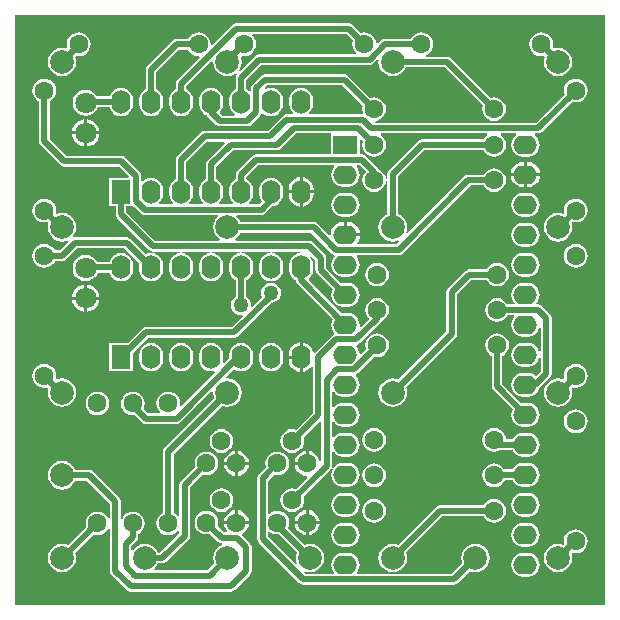
<source format=gtl>
G04 Layer_Physical_Order=1*
G04 Layer_Color=255*
%FSLAX25Y25*%
%MOIN*%
G70*
G01*
G75*
%ADD10C,0.01969*%
%ADD11C,0.06299*%
%ADD12C,0.07087*%
%ADD13O,0.07874X0.06299*%
%ADD14R,0.07874X0.06299*%
%ADD15C,0.07874*%
%ADD16R,0.06299X0.07874*%
%ADD17O,0.06299X0.07874*%
%ADD18C,0.05000*%
G36*
X196850Y0D02*
X0D01*
Y196850D01*
X196850D01*
Y0D01*
D02*
G37*
%LPC*%
G36*
X111339Y193932D02*
X73817D01*
X73125Y193795D01*
X72539Y193403D01*
X65733Y186597D01*
X65285Y186818D01*
X65310Y187008D01*
X65174Y188036D01*
X64777Y188993D01*
X64147Y189816D01*
X63324Y190447D01*
X62366Y190843D01*
X61339Y190979D01*
X60311Y190843D01*
X59353Y190447D01*
X58531Y189816D01*
X57900Y188993D01*
X57825Y188814D01*
X53937D01*
X53246Y188677D01*
X52660Y188285D01*
X44156Y179781D01*
X43764Y179195D01*
X43627Y178504D01*
Y172096D01*
X43448Y172022D01*
X42625Y171391D01*
X41994Y170568D01*
X41597Y169610D01*
X41462Y168583D01*
Y167008D01*
X41597Y165980D01*
X41994Y165022D01*
X42625Y164200D01*
X43448Y163569D01*
X44405Y163172D01*
X45433Y163037D01*
X46461Y163172D01*
X47419Y163569D01*
X48241Y164200D01*
X48872Y165022D01*
X49269Y165980D01*
X49404Y167008D01*
Y168583D01*
X49269Y169610D01*
X48872Y170568D01*
X48241Y171391D01*
X47419Y172022D01*
X47239Y172096D01*
Y177756D01*
X54685Y185202D01*
X57825D01*
X57900Y185022D01*
X58531Y184200D01*
X59353Y183569D01*
X60311Y183172D01*
X61339Y183037D01*
X61528Y183062D01*
X61749Y182613D01*
X54156Y175020D01*
X53764Y174434D01*
X53627Y173743D01*
Y172096D01*
X53448Y172022D01*
X52625Y171391D01*
X51994Y170568D01*
X51597Y169610D01*
X51462Y168583D01*
Y167008D01*
X51597Y165980D01*
X51994Y165022D01*
X52625Y164200D01*
X53448Y163569D01*
X54405Y163172D01*
X55433Y163037D01*
X56461Y163172D01*
X57419Y163569D01*
X58241Y164200D01*
X58872Y165022D01*
X59269Y165980D01*
X59404Y167008D01*
Y168583D01*
X59269Y169610D01*
X58872Y170568D01*
X58241Y171391D01*
X57419Y172022D01*
X57239Y172096D01*
Y172994D01*
X65665Y181420D01*
X66114Y181199D01*
X66101Y181102D01*
X66263Y179869D01*
X66739Y178720D01*
X67497Y177733D01*
X68484Y176976D01*
X69633Y176499D01*
X70866Y176337D01*
X72100Y176499D01*
X73249Y176976D01*
X73700Y177322D01*
X74070Y176975D01*
X73764Y176518D01*
X73627Y175827D01*
Y172096D01*
X73448Y172022D01*
X72625Y171391D01*
X71994Y170568D01*
X71597Y169610D01*
X71462Y168583D01*
Y167008D01*
X71597Y165980D01*
X71994Y165022D01*
X72625Y164200D01*
X73246Y163724D01*
X73076Y163224D01*
X69252D01*
X68256Y164220D01*
X68872Y165022D01*
X69269Y165980D01*
X69404Y167008D01*
Y168583D01*
X69269Y169610D01*
X68872Y170568D01*
X68241Y171391D01*
X67419Y172022D01*
X66461Y172418D01*
X65433Y172554D01*
X64405Y172418D01*
X63448Y172022D01*
X62625Y171391D01*
X61994Y170568D01*
X61597Y169610D01*
X61462Y168583D01*
Y167008D01*
X61597Y165980D01*
X61994Y165022D01*
X62625Y164200D01*
X63448Y163569D01*
X64096Y163300D01*
X64156Y163211D01*
X67227Y160140D01*
X67813Y159748D01*
X68504Y159611D01*
X77559D01*
X78250Y159748D01*
X78836Y160140D01*
X81789Y163093D01*
X82181Y163679D01*
X82225Y163900D01*
X82323Y163974D01*
X82772Y164087D01*
X83448Y163569D01*
X84405Y163172D01*
X85433Y163037D01*
X86461Y163172D01*
X87419Y163569D01*
X88241Y164200D01*
X88872Y165022D01*
X89269Y165980D01*
X89404Y167008D01*
Y168583D01*
X89269Y169610D01*
X88872Y170568D01*
X88241Y171391D01*
X87419Y172022D01*
X86461Y172418D01*
X85433Y172554D01*
X84405Y172418D01*
X83624Y172095D01*
X83341Y172519D01*
X84213Y173390D01*
X109173D01*
X116002Y166561D01*
X115928Y166382D01*
X115793Y165354D01*
X115928Y164327D01*
X116015Y164117D01*
X115681Y163617D01*
X98260D01*
X98099Y164091D01*
X98241Y164200D01*
X98872Y165022D01*
X99269Y165980D01*
X99404Y167008D01*
Y168583D01*
X99269Y169610D01*
X98872Y170568D01*
X98241Y171391D01*
X97419Y172022D01*
X96461Y172418D01*
X95433Y172554D01*
X94405Y172418D01*
X93448Y172022D01*
X92625Y171391D01*
X91994Y170568D01*
X91597Y169610D01*
X91462Y168583D01*
Y167008D01*
X91597Y165980D01*
X91994Y165022D01*
X92625Y164200D01*
X92767Y164091D01*
X92607Y163617D01*
X90551D01*
X89860Y163480D01*
X89274Y163088D01*
X84291Y158106D01*
X63386D01*
X62695Y157968D01*
X62108Y157577D01*
X54156Y149624D01*
X53764Y149038D01*
X53627Y148346D01*
Y142096D01*
X53448Y142022D01*
X52625Y141391D01*
X51994Y140568D01*
X51597Y139610D01*
X51462Y138583D01*
Y137008D01*
X51597Y135980D01*
X51994Y135022D01*
X52625Y134200D01*
X52665Y134170D01*
X52504Y133696D01*
X48362D01*
X48201Y134170D01*
X48241Y134200D01*
X48872Y135022D01*
X49269Y135980D01*
X49404Y137008D01*
Y138583D01*
X49269Y139610D01*
X48872Y140568D01*
X48241Y141391D01*
X47419Y142022D01*
X46461Y142418D01*
X45433Y142554D01*
X44405Y142418D01*
X43448Y142022D01*
X42661Y141418D01*
X42407Y141464D01*
X42161Y141548D01*
Y143110D01*
X42023Y143801D01*
X41632Y144387D01*
X36710Y149309D01*
X36124Y149700D01*
X35433Y149838D01*
X17284D01*
X11649Y155473D01*
Y168062D01*
X11828Y168136D01*
X12650Y168767D01*
X13282Y169589D01*
X13678Y170547D01*
X13814Y171575D01*
X13678Y172603D01*
X13282Y173560D01*
X12650Y174383D01*
X11828Y175014D01*
X10870Y175410D01*
X9843Y175546D01*
X8815Y175410D01*
X7857Y175014D01*
X7035Y174383D01*
X6404Y173560D01*
X6007Y172603D01*
X5872Y171575D01*
X6007Y170547D01*
X6404Y169589D01*
X7035Y168767D01*
X7857Y168136D01*
X8036Y168062D01*
Y154724D01*
X8174Y154033D01*
X8565Y153447D01*
X15258Y146754D01*
X15844Y146363D01*
X16535Y146225D01*
X34685D01*
X37928Y142982D01*
X37737Y142520D01*
X31496D01*
Y133071D01*
X33627D01*
Y130315D01*
X33764Y129624D01*
X34156Y129038D01*
X44786Y118408D01*
X45372Y118016D01*
X46063Y117879D01*
X54968D01*
X55001Y117379D01*
X54405Y117300D01*
X53448Y116903D01*
X52625Y116272D01*
X51994Y115450D01*
X51597Y114492D01*
X51462Y113465D01*
Y111890D01*
X51597Y110862D01*
X51994Y109904D01*
X52625Y109082D01*
X53448Y108451D01*
X54405Y108054D01*
X55433Y107919D01*
X56461Y108054D01*
X57419Y108451D01*
X58241Y109082D01*
X58872Y109904D01*
X59269Y110862D01*
X59404Y111890D01*
Y113465D01*
X59269Y114492D01*
X58872Y115450D01*
X58241Y116272D01*
X57419Y116903D01*
X56461Y117300D01*
X55865Y117379D01*
X55898Y117879D01*
X64968D01*
X65001Y117379D01*
X64405Y117300D01*
X63448Y116903D01*
X62625Y116272D01*
X61994Y115450D01*
X61597Y114492D01*
X61462Y113465D01*
Y111890D01*
X61597Y110862D01*
X61994Y109904D01*
X62625Y109082D01*
X63448Y108451D01*
X64405Y108054D01*
X65433Y107919D01*
X66461Y108054D01*
X67419Y108451D01*
X68241Y109082D01*
X68872Y109904D01*
X69269Y110862D01*
X69404Y111890D01*
Y113465D01*
X69269Y114492D01*
X68872Y115450D01*
X68241Y116272D01*
X67419Y116903D01*
X66461Y117300D01*
X65865Y117379D01*
X65898Y117879D01*
X74968D01*
X75001Y117379D01*
X74405Y117300D01*
X73448Y116903D01*
X72625Y116272D01*
X71994Y115450D01*
X71597Y114492D01*
X71462Y113465D01*
Y111890D01*
X71597Y110862D01*
X71994Y109904D01*
X72625Y109082D01*
X73448Y108451D01*
X73627Y108377D01*
Y102788D01*
X73049Y102345D01*
X72522Y101658D01*
X72191Y100858D01*
X72078Y100000D01*
X72191Y99142D01*
X72522Y98342D01*
X73049Y97655D01*
X73736Y97128D01*
X74536Y96797D01*
X75394Y96684D01*
X75753Y96732D01*
X75987Y96258D01*
X72480Y92751D01*
X43701D01*
X43009Y92614D01*
X42423Y92222D01*
X37603Y87402D01*
X31496D01*
Y77953D01*
X39370D01*
Y84060D01*
X44449Y89139D01*
X73228D01*
X73920Y89276D01*
X74506Y89668D01*
X85690Y100852D01*
X86291Y100931D01*
X87091Y101262D01*
X87778Y101789D01*
X88305Y102476D01*
X88636Y103276D01*
X88749Y104134D01*
X88636Y104992D01*
X88305Y105792D01*
X87778Y106479D01*
X87091Y107005D01*
X86291Y107337D01*
X85787Y107403D01*
X85567Y107432D01*
Y107936D01*
X85787Y107966D01*
X86461Y108054D01*
X87419Y108451D01*
X88241Y109082D01*
X88872Y109904D01*
X89269Y110862D01*
X89404Y111890D01*
Y113465D01*
X89269Y114492D01*
X88872Y115450D01*
X88241Y116272D01*
X87419Y116903D01*
X86461Y117300D01*
X85865Y117379D01*
X85898Y117879D01*
X94968D01*
X95001Y117379D01*
X94405Y117300D01*
X93448Y116903D01*
X92625Y116272D01*
X91994Y115450D01*
X91597Y114492D01*
X91462Y113465D01*
Y111890D01*
X91597Y110862D01*
X91994Y109904D01*
X92625Y109082D01*
X93448Y108451D01*
X93627Y108377D01*
Y108346D01*
X93764Y107655D01*
X94156Y107069D01*
X105918Y95307D01*
X105613Y94571D01*
X105478Y93543D01*
X105613Y92515D01*
X106010Y91558D01*
X106551Y90853D01*
X106464Y90450D01*
X106376Y90308D01*
X106289Y90291D01*
X105703Y89899D01*
X100023Y84220D01*
X99503Y84340D01*
X99476Y84548D01*
X99058Y85557D01*
X98393Y86424D01*
X97526Y87089D01*
X96516Y87507D01*
X95933Y87584D01*
Y82677D01*
Y77770D01*
X96516Y77847D01*
X97526Y78265D01*
X98393Y78930D01*
X98875Y79559D01*
X99375Y79389D01*
Y64154D01*
X93727Y58506D01*
X93547Y58580D01*
X92520Y58715D01*
X91492Y58580D01*
X90534Y58183D01*
X89712Y57552D01*
X89081Y56730D01*
X88684Y55772D01*
X88549Y54744D01*
X88684Y53716D01*
X89081Y52759D01*
X89712Y51936D01*
X90534Y51305D01*
X91492Y50908D01*
X92520Y50773D01*
X93547Y50908D01*
X94505Y51305D01*
X95328Y51936D01*
X95959Y52759D01*
X96355Y53716D01*
X96491Y54744D01*
X96355Y55772D01*
X96281Y55951D01*
X101669Y61339D01*
X102131Y61147D01*
Y47842D01*
X101631Y47810D01*
X101562Y48327D01*
X101144Y49337D01*
X100479Y50204D01*
X99612Y50869D01*
X98603Y51287D01*
X98020Y51364D01*
Y47244D01*
X97520D01*
Y46744D01*
X93400D01*
X93477Y46161D01*
X93895Y45151D01*
X94560Y44285D01*
X95427Y43619D01*
X96436Y43201D01*
X97288Y43089D01*
X97474Y42568D01*
X93727Y38820D01*
X93547Y38895D01*
X92520Y39030D01*
X91492Y38895D01*
X90534Y38498D01*
X89712Y37867D01*
X89081Y37045D01*
X88684Y36087D01*
X88549Y35059D01*
X88684Y34031D01*
X89081Y33074D01*
X89712Y32251D01*
X90534Y31620D01*
X91492Y31223D01*
X92520Y31088D01*
X93547Y31223D01*
X94505Y31620D01*
X95328Y32251D01*
X95959Y33074D01*
X96355Y34031D01*
X96491Y35059D01*
X96355Y36087D01*
X96281Y36266D01*
X105214Y45199D01*
X105524Y45663D01*
X105967Y45426D01*
X105837Y45112D01*
X105613Y44571D01*
X105478Y43543D01*
X105613Y42516D01*
X106010Y41558D01*
X106641Y40735D01*
X107463Y40104D01*
X108421Y39708D01*
X109449Y39572D01*
X111024D01*
X112051Y39708D01*
X113009Y40104D01*
X113831Y40735D01*
X114463Y41558D01*
X114859Y42516D01*
X114995Y43543D01*
X114859Y44571D01*
X114463Y45529D01*
X113831Y46351D01*
X113009Y46982D01*
X112051Y47379D01*
X111024Y47514D01*
X109449D01*
X108421Y47379D01*
X107463Y46982D01*
X106641Y46351D01*
X106237Y45825D01*
X106032Y45557D01*
X105606Y45785D01*
X105743Y46476D01*
Y51084D01*
X106243Y51253D01*
X106641Y50735D01*
X107463Y50104D01*
X108421Y49708D01*
X109449Y49572D01*
X111024D01*
X112051Y49708D01*
X113009Y50104D01*
X113831Y50735D01*
X114463Y51558D01*
X114859Y52516D01*
X114995Y53543D01*
X114859Y54571D01*
X114463Y55529D01*
X113831Y56351D01*
X113009Y56982D01*
X112051Y57379D01*
X111024Y57514D01*
X109449D01*
X108421Y57379D01*
X107463Y56982D01*
X106641Y56351D01*
X106243Y55833D01*
X105743Y56003D01*
Y61084D01*
X106243Y61253D01*
X106641Y60735D01*
X107463Y60104D01*
X108421Y59708D01*
X109449Y59572D01*
X111024D01*
X112051Y59708D01*
X113009Y60104D01*
X113831Y60735D01*
X114463Y61558D01*
X114859Y62515D01*
X114995Y63543D01*
X114859Y64571D01*
X114463Y65529D01*
X113831Y66351D01*
X113009Y66982D01*
X112051Y67379D01*
X111024Y67514D01*
X109449D01*
X108421Y67379D01*
X107463Y66982D01*
X106641Y66351D01*
X106243Y65833D01*
X105743Y66003D01*
Y71084D01*
X106243Y71254D01*
X106641Y70735D01*
X107463Y70104D01*
X108421Y69708D01*
X109449Y69572D01*
X111024D01*
X112051Y69708D01*
X113009Y70104D01*
X113831Y70735D01*
X114463Y71558D01*
X114859Y72515D01*
X114995Y73543D01*
X114859Y74571D01*
X114463Y75529D01*
X113831Y76351D01*
X113680Y76468D01*
X113815Y76994D01*
X114339Y77345D01*
X119767Y82772D01*
X120748Y82643D01*
X121776Y82779D01*
X122733Y83175D01*
X123556Y83806D01*
X124187Y84629D01*
X124584Y85586D01*
X124719Y86614D01*
X124584Y87642D01*
X124187Y88600D01*
X123556Y89422D01*
X122733Y90053D01*
X121776Y90450D01*
X120748Y90585D01*
X119720Y90450D01*
X118763Y90053D01*
X117940Y89422D01*
X117309Y88600D01*
X116912Y87642D01*
X116777Y86614D01*
X116912Y85586D01*
X117076Y85191D01*
X115489Y83604D01*
X114963Y83785D01*
X114859Y84571D01*
X114463Y85529D01*
X113849Y86328D01*
X113846Y86380D01*
X113850Y86405D01*
X114000Y86852D01*
X114510Y86953D01*
X115096Y87345D01*
X122025Y94274D01*
X122412Y94853D01*
X122733Y94986D01*
X123556Y95617D01*
X124187Y96440D01*
X124584Y97397D01*
X124719Y98425D01*
X124584Y99453D01*
X124187Y100411D01*
X123556Y101233D01*
X122733Y101864D01*
X121776Y102261D01*
X120748Y102396D01*
X119720Y102261D01*
X118763Y101864D01*
X117940Y101233D01*
X117309Y100411D01*
X116912Y99453D01*
X116777Y98425D01*
X116912Y97397D01*
X117309Y96440D01*
X117940Y95617D01*
X117960Y95318D01*
X115395Y92752D01*
X114921Y92986D01*
X114995Y93543D01*
X114859Y94571D01*
X114463Y95529D01*
X113831Y96351D01*
X113009Y96982D01*
X112051Y97379D01*
X111024Y97514D01*
X109449D01*
X108893Y97441D01*
X97950Y108385D01*
X97982Y108883D01*
X98241Y109082D01*
X98872Y109904D01*
X99269Y110862D01*
X99404Y111890D01*
Y113465D01*
X99269Y114492D01*
X98872Y115450D01*
X98434Y116021D01*
X98811Y116351D01*
X100162Y115000D01*
Y111811D01*
X100300Y111120D01*
X100691Y110534D01*
X105918Y105307D01*
X105613Y104571D01*
X105478Y103543D01*
X105613Y102516D01*
X106010Y101558D01*
X106641Y100735D01*
X107463Y100104D01*
X108421Y99708D01*
X109449Y99572D01*
X111024D01*
X112051Y99708D01*
X113009Y100104D01*
X113831Y100735D01*
X114463Y101558D01*
X114859Y102516D01*
X114995Y103543D01*
X114859Y104571D01*
X114463Y105529D01*
X113831Y106351D01*
X113009Y106982D01*
X112051Y107379D01*
X111024Y107514D01*
X109449D01*
X108893Y107441D01*
X103775Y112559D01*
Y115748D01*
X103637Y116439D01*
X103246Y117025D01*
X99309Y120962D01*
X98723Y121354D01*
X98032Y121491D01*
X73593D01*
X73423Y121991D01*
X74236Y122615D01*
X74993Y123602D01*
X75232Y124178D01*
X98858D01*
X105809Y117227D01*
X106395Y116835D01*
X106439Y116826D01*
X106550Y116564D01*
X106591Y116286D01*
X106010Y115529D01*
X105613Y114571D01*
X105478Y113543D01*
X105613Y112516D01*
X106010Y111558D01*
X106641Y110735D01*
X107463Y110104D01*
X108421Y109708D01*
X109449Y109572D01*
X111024D01*
X112051Y109708D01*
X113009Y110104D01*
X113831Y110735D01*
X114463Y111558D01*
X114859Y112516D01*
X114995Y113543D01*
X114859Y114571D01*
X114463Y115529D01*
X113949Y116198D01*
X114155Y116698D01*
X127953D01*
X128644Y116835D01*
X129230Y117227D01*
X151929Y139926D01*
X156251D01*
X156325Y139747D01*
X156956Y138924D01*
X157778Y138293D01*
X158736Y137897D01*
X159764Y137761D01*
X160792Y137897D01*
X161749Y138293D01*
X162572Y138924D01*
X163203Y139747D01*
X163599Y140705D01*
X163735Y141732D01*
X163599Y142760D01*
X163203Y143718D01*
X162572Y144540D01*
X161749Y145171D01*
X160792Y145568D01*
X159764Y145703D01*
X158736Y145568D01*
X157778Y145171D01*
X156956Y144540D01*
X156325Y143718D01*
X156251Y143539D01*
X151181D01*
X150490Y143401D01*
X149904Y143010D01*
X130763Y123869D01*
X130339Y124152D01*
X130587Y124751D01*
X130749Y125984D01*
X130587Y127218D01*
X130111Y128367D01*
X129354Y129354D01*
X128367Y130111D01*
X127790Y130350D01*
Y142953D01*
X136575Y151737D01*
X156251D01*
X156325Y151558D01*
X156956Y150735D01*
X157778Y150104D01*
X158736Y149708D01*
X159764Y149572D01*
X160792Y149708D01*
X161749Y150104D01*
X162572Y150735D01*
X163203Y151558D01*
X163599Y152516D01*
X163735Y153543D01*
X163599Y154571D01*
X163203Y155529D01*
X162572Y156351D01*
X162054Y156749D01*
X162223Y157249D01*
X166989D01*
X167159Y156749D01*
X166641Y156351D01*
X166010Y155529D01*
X165613Y154571D01*
X165478Y153543D01*
X165613Y152516D01*
X166010Y151558D01*
X166641Y150735D01*
X167463Y150104D01*
X168421Y149708D01*
X169449Y149572D01*
X171024D01*
X172051Y149708D01*
X173009Y150104D01*
X173831Y150735D01*
X174463Y151558D01*
X174859Y152516D01*
X174995Y153543D01*
X174859Y154571D01*
X174463Y155529D01*
X173831Y156351D01*
X173313Y156749D01*
X173483Y157249D01*
X174488D01*
X175180Y157386D01*
X175766Y157778D01*
X185801Y167813D01*
X185980Y167739D01*
X187008Y167604D01*
X188036Y167739D01*
X188993Y168136D01*
X189816Y168767D01*
X190447Y169589D01*
X190843Y170547D01*
X190979Y171575D01*
X190843Y172603D01*
X190447Y173560D01*
X189816Y174383D01*
X188993Y175014D01*
X188036Y175410D01*
X187008Y175546D01*
X185980Y175410D01*
X185022Y175014D01*
X184200Y174383D01*
X183569Y173560D01*
X183172Y172603D01*
X183037Y171575D01*
X183172Y170547D01*
X183246Y170368D01*
X173740Y160862D01*
X120074D01*
X120044Y160916D01*
X120321Y161457D01*
X120791Y161519D01*
X121749Y161915D01*
X122572Y162546D01*
X123203Y163369D01*
X123599Y164327D01*
X123735Y165354D01*
X123599Y166382D01*
X123203Y167340D01*
X122572Y168162D01*
X121749Y168793D01*
X120791Y169190D01*
X119764Y169325D01*
X118736Y169190D01*
X118557Y169116D01*
X111199Y176474D01*
X110612Y176866D01*
X109921Y177003D01*
X83465D01*
X82773Y176866D01*
X82187Y176474D01*
X79234Y173521D01*
X78843Y172935D01*
X78706Y172244D01*
Y171548D01*
X78459Y171465D01*
X78206Y171418D01*
X77419Y172022D01*
X77239Y172096D01*
Y175078D01*
X82244Y180083D01*
X118298D01*
X118990Y180221D01*
X119576Y180613D01*
X120813Y181850D01*
X121287Y181616D01*
X121219Y181102D01*
X121381Y179869D01*
X121858Y178720D01*
X122615Y177733D01*
X123602Y176976D01*
X124751Y176499D01*
X125984Y176337D01*
X127218Y176499D01*
X128367Y176976D01*
X129354Y177733D01*
X130111Y178720D01*
X130350Y179296D01*
X143268D01*
X156002Y166561D01*
X155928Y166382D01*
X155793Y165354D01*
X155928Y164327D01*
X156325Y163369D01*
X156956Y162546D01*
X157778Y161915D01*
X158736Y161519D01*
X159764Y161383D01*
X160792Y161519D01*
X161749Y161915D01*
X162572Y162546D01*
X163203Y163369D01*
X163599Y164327D01*
X163735Y165354D01*
X163599Y166382D01*
X163203Y167340D01*
X162572Y168162D01*
X161749Y168793D01*
X160792Y169190D01*
X159764Y169325D01*
X158736Y169190D01*
X158557Y169116D01*
X145293Y182380D01*
X144707Y182771D01*
X144016Y182909D01*
X137210D01*
X137111Y183409D01*
X137497Y183569D01*
X138320Y184200D01*
X138951Y185022D01*
X139348Y185980D01*
X139483Y187008D01*
X139348Y188036D01*
X138951Y188993D01*
X138320Y189816D01*
X137497Y190447D01*
X136540Y190843D01*
X135512Y190979D01*
X134484Y190843D01*
X133526Y190447D01*
X132704Y189816D01*
X132073Y188993D01*
X131999Y188814D01*
X123416D01*
X122725Y188677D01*
X122139Y188285D01*
X120922Y187068D01*
X120396Y187249D01*
X120292Y188036D01*
X119896Y188993D01*
X119265Y189816D01*
X118442Y190447D01*
X117484Y190843D01*
X116457Y190979D01*
X115429Y190843D01*
X115250Y190769D01*
X112616Y193403D01*
X112030Y193795D01*
X111339Y193932D01*
D02*
G37*
G36*
X21339Y190979D02*
X20311Y190843D01*
X19353Y190447D01*
X18531Y189816D01*
X17900Y188993D01*
X17503Y188036D01*
X17368Y187008D01*
X17496Y186033D01*
X17374Y185878D01*
X17095Y185658D01*
X16981Y185705D01*
X15748Y185868D01*
X14515Y185705D01*
X13365Y185229D01*
X12378Y184472D01*
X11621Y183485D01*
X11145Y182336D01*
X10983Y181102D01*
X11145Y179869D01*
X11621Y178720D01*
X12378Y177733D01*
X13365Y176976D01*
X14515Y176499D01*
X15748Y176337D01*
X16981Y176499D01*
X18131Y176976D01*
X19117Y177733D01*
X19875Y178720D01*
X20351Y179869D01*
X20513Y181102D01*
X20351Y182336D01*
X20185Y182736D01*
X20535Y183143D01*
X21339Y183037D01*
X22366Y183172D01*
X23324Y183569D01*
X24147Y184200D01*
X24778Y185022D01*
X25174Y185980D01*
X25310Y187008D01*
X25174Y188036D01*
X24778Y188993D01*
X24147Y189816D01*
X23324Y190447D01*
X22366Y190843D01*
X21339Y190979D01*
D02*
G37*
G36*
X175512D02*
X174484Y190843D01*
X173526Y190447D01*
X172704Y189816D01*
X172073Y188993D01*
X171676Y188036D01*
X171541Y187008D01*
X171676Y185980D01*
X172073Y185022D01*
X172704Y184200D01*
X173526Y183569D01*
X174484Y183172D01*
X175512Y183037D01*
X176291Y183140D01*
X176652Y182704D01*
X176499Y182336D01*
X176337Y181102D01*
X176499Y179869D01*
X176976Y178720D01*
X177733Y177733D01*
X178720Y176976D01*
X179869Y176499D01*
X181102Y176337D01*
X182336Y176499D01*
X183485Y176976D01*
X184472Y177733D01*
X185229Y178720D01*
X185705Y179869D01*
X185868Y181102D01*
X185705Y182336D01*
X185229Y183485D01*
X184472Y184472D01*
X183485Y185229D01*
X182336Y185705D01*
X181102Y185868D01*
X179869Y185705D01*
X179755Y185658D01*
X179477Y185878D01*
X179355Y186033D01*
X179483Y187008D01*
X179348Y188036D01*
X178951Y188993D01*
X178320Y189816D01*
X177497Y190447D01*
X176540Y190843D01*
X175512Y190979D01*
D02*
G37*
G36*
X35433Y172554D02*
X34405Y172418D01*
X33448Y172022D01*
X32625Y171391D01*
X31994Y170568D01*
X31597Y169610D01*
X31596Y169602D01*
X27431D01*
X27405Y169664D01*
X26711Y170569D01*
X25806Y171263D01*
X24753Y171700D01*
X23622Y171848D01*
X22491Y171700D01*
X21438Y171263D01*
X20533Y170569D01*
X19839Y169664D01*
X19403Y168611D01*
X19254Y167480D01*
X19403Y166350D01*
X19839Y165296D01*
X20533Y164392D01*
X21438Y163698D01*
X22491Y163261D01*
X23622Y163112D01*
X24753Y163261D01*
X25806Y163698D01*
X26711Y164392D01*
X27405Y165296D01*
X27692Y165989D01*
X31596D01*
X31597Y165980D01*
X31994Y165022D01*
X32625Y164200D01*
X33448Y163569D01*
X34405Y163172D01*
X35433Y163037D01*
X36461Y163172D01*
X37419Y163569D01*
X38241Y164200D01*
X38872Y165022D01*
X39269Y165980D01*
X39404Y167008D01*
Y168583D01*
X39269Y169610D01*
X38872Y170568D01*
X38241Y171391D01*
X37419Y172022D01*
X36461Y172418D01*
X35433Y172554D01*
D02*
G37*
G36*
X24122Y161997D02*
Y157980D01*
X28139D01*
X28048Y158666D01*
X27591Y159772D01*
X26862Y160721D01*
X25913Y161449D01*
X24808Y161907D01*
X24122Y161997D01*
D02*
G37*
G36*
X23122Y161997D02*
X22436Y161907D01*
X21331Y161449D01*
X20382Y160721D01*
X19654Y159772D01*
X19196Y158666D01*
X19105Y157980D01*
X23122D01*
Y161997D01*
D02*
G37*
G36*
Y156980D02*
X19105D01*
X19196Y156294D01*
X19654Y155189D01*
X20382Y154240D01*
X21331Y153512D01*
X22436Y153054D01*
X23122Y152964D01*
Y156980D01*
D02*
G37*
G36*
X28139D02*
X24122D01*
Y152964D01*
X24808Y153054D01*
X25913Y153512D01*
X26862Y154240D01*
X27591Y155189D01*
X28048Y156294D01*
X28139Y156980D01*
D02*
G37*
G36*
X171024Y147729D02*
X170736D01*
Y144043D01*
X175143D01*
X175066Y144627D01*
X174648Y145636D01*
X173983Y146503D01*
X173116Y147168D01*
X172107Y147586D01*
X171024Y147729D01*
D02*
G37*
G36*
X169736D02*
X169449D01*
X168366Y147586D01*
X167356Y147168D01*
X166489Y146503D01*
X165824Y145636D01*
X165406Y144627D01*
X165329Y144043D01*
X169736D01*
Y147729D01*
D02*
G37*
G36*
X175143Y143043D02*
X170736D01*
Y139358D01*
X171024D01*
X172107Y139500D01*
X173116Y139919D01*
X173983Y140584D01*
X174648Y141451D01*
X175066Y142460D01*
X175143Y143043D01*
D02*
G37*
G36*
X169736D02*
X165329D01*
X165406Y142460D01*
X165824Y141451D01*
X166489Y140584D01*
X167356Y139919D01*
X168366Y139500D01*
X169449Y139358D01*
X169736D01*
Y143043D01*
D02*
G37*
G36*
X187008Y135546D02*
X185980Y135410D01*
X185022Y135014D01*
X184200Y134383D01*
X183569Y133560D01*
X183172Y132603D01*
X183037Y131575D01*
X183140Y130795D01*
X182704Y130435D01*
X182336Y130587D01*
X181102Y130749D01*
X179869Y130587D01*
X178720Y130111D01*
X177733Y129354D01*
X176976Y128367D01*
X176499Y127218D01*
X176337Y125984D01*
X176499Y124751D01*
X176976Y123602D01*
X177733Y122615D01*
X178720Y121858D01*
X179869Y121381D01*
X181102Y121219D01*
X182336Y121381D01*
X183485Y121858D01*
X184472Y122615D01*
X185229Y123602D01*
X185705Y124751D01*
X185868Y125984D01*
X185705Y127218D01*
X185658Y127331D01*
X185878Y127610D01*
X186033Y127732D01*
X187008Y127604D01*
X188036Y127739D01*
X188993Y128136D01*
X189816Y128767D01*
X190447Y129589D01*
X190843Y130547D01*
X190979Y131575D01*
X190843Y132603D01*
X190447Y133560D01*
X189816Y134383D01*
X188993Y135014D01*
X188036Y135410D01*
X187008Y135546D01*
D02*
G37*
G36*
X171024Y137514D02*
X169449D01*
X168421Y137379D01*
X167463Y136982D01*
X166641Y136351D01*
X166010Y135529D01*
X165613Y134571D01*
X165478Y133543D01*
X165613Y132516D01*
X166010Y131558D01*
X166641Y130735D01*
X167463Y130104D01*
X168421Y129708D01*
X169449Y129572D01*
X171024D01*
X172051Y129708D01*
X173009Y130104D01*
X173831Y130735D01*
X174463Y131558D01*
X174859Y132516D01*
X174995Y133543D01*
X174859Y134571D01*
X174463Y135529D01*
X173831Y136351D01*
X173009Y136982D01*
X172051Y137379D01*
X171024Y137514D01*
D02*
G37*
G36*
Y127514D02*
X169449D01*
X168421Y127379D01*
X167463Y126982D01*
X166641Y126351D01*
X166010Y125529D01*
X165613Y124571D01*
X165478Y123543D01*
X165613Y122516D01*
X166010Y121558D01*
X166641Y120735D01*
X167463Y120104D01*
X168421Y119708D01*
X169449Y119572D01*
X171024D01*
X172051Y119708D01*
X173009Y120104D01*
X173831Y120735D01*
X174463Y121558D01*
X174859Y122516D01*
X174995Y123543D01*
X174859Y124571D01*
X174463Y125529D01*
X173831Y126351D01*
X173009Y126982D01*
X172051Y127379D01*
X171024Y127514D01*
D02*
G37*
G36*
X9843Y135546D02*
X8815Y135410D01*
X7857Y135014D01*
X7035Y134383D01*
X6404Y133560D01*
X6007Y132603D01*
X5872Y131575D01*
X6007Y130547D01*
X6404Y129589D01*
X7035Y128767D01*
X7857Y128136D01*
X8815Y127739D01*
X9843Y127604D01*
X10817Y127732D01*
X10972Y127610D01*
X11192Y127331D01*
X11145Y127218D01*
X10983Y125984D01*
X11145Y124751D01*
X11621Y123602D01*
X12378Y122615D01*
X13365Y121858D01*
X14515Y121381D01*
X15748Y121219D01*
X16981Y121381D01*
X17581Y121630D01*
X17864Y121206D01*
X14921Y118263D01*
X13356D01*
X13282Y118442D01*
X12650Y119265D01*
X11828Y119896D01*
X10870Y120292D01*
X9843Y120428D01*
X8815Y120292D01*
X7857Y119896D01*
X7035Y119265D01*
X6404Y118442D01*
X6007Y117484D01*
X5872Y116457D01*
X6007Y115429D01*
X6404Y114471D01*
X7035Y113649D01*
X7857Y113018D01*
X8815Y112621D01*
X9843Y112486D01*
X10870Y112621D01*
X11828Y113018D01*
X12650Y113649D01*
X13282Y114471D01*
X13356Y114650D01*
X15669D01*
X16361Y114788D01*
X16947Y115179D01*
X20827Y119060D01*
X36496D01*
X41535Y114020D01*
X41462Y113465D01*
Y111890D01*
X41597Y110862D01*
X41994Y109904D01*
X42625Y109082D01*
X43448Y108451D01*
X44405Y108054D01*
X45433Y107919D01*
X46461Y108054D01*
X47418Y108451D01*
X48241Y109082D01*
X48872Y109904D01*
X49269Y110862D01*
X49404Y111890D01*
Y113465D01*
X49269Y114492D01*
X48872Y115450D01*
X48241Y116272D01*
X47418Y116903D01*
X46461Y117300D01*
X45433Y117436D01*
X44405Y117300D01*
X43669Y116995D01*
X38521Y122143D01*
X37935Y122535D01*
X37244Y122672D01*
X20079D01*
X19740Y122605D01*
X19458Y123059D01*
X19875Y123602D01*
X20351Y124751D01*
X20513Y125984D01*
X20351Y127218D01*
X19875Y128367D01*
X19117Y129354D01*
X18131Y130111D01*
X16981Y130587D01*
X15748Y130749D01*
X14515Y130587D01*
X14147Y130435D01*
X13711Y130795D01*
X13814Y131575D01*
X13678Y132603D01*
X13282Y133560D01*
X12650Y134383D01*
X11828Y135014D01*
X10870Y135410D01*
X9843Y135546D01*
D02*
G37*
G36*
X35433Y117436D02*
X34405Y117300D01*
X33448Y116903D01*
X32625Y116272D01*
X31994Y115450D01*
X31597Y114492D01*
X31596Y114483D01*
X27431D01*
X27405Y114546D01*
X26711Y115451D01*
X25806Y116145D01*
X24753Y116581D01*
X23622Y116730D01*
X22491Y116581D01*
X21438Y116145D01*
X20533Y115451D01*
X19839Y114546D01*
X19403Y113493D01*
X19254Y112362D01*
X19403Y111232D01*
X19839Y110178D01*
X20533Y109274D01*
X21438Y108579D01*
X22491Y108143D01*
X23622Y107994D01*
X24753Y108143D01*
X25806Y108579D01*
X26711Y109274D01*
X27405Y110178D01*
X27692Y110871D01*
X31596D01*
X31597Y110862D01*
X31994Y109904D01*
X32625Y109082D01*
X33448Y108451D01*
X34405Y108054D01*
X35433Y107919D01*
X36461Y108054D01*
X37418Y108451D01*
X38241Y109082D01*
X38872Y109904D01*
X39269Y110862D01*
X39404Y111890D01*
Y113465D01*
X39269Y114492D01*
X38872Y115450D01*
X38241Y116272D01*
X37418Y116903D01*
X36461Y117300D01*
X35433Y117436D01*
D02*
G37*
G36*
X187008Y120428D02*
X185980Y120292D01*
X185022Y119896D01*
X184200Y119265D01*
X183569Y118442D01*
X183172Y117484D01*
X183037Y116457D01*
X183172Y115429D01*
X183569Y114471D01*
X184200Y113649D01*
X185022Y113018D01*
X185980Y112621D01*
X187008Y112486D01*
X188036Y112621D01*
X188993Y113018D01*
X189816Y113649D01*
X190447Y114471D01*
X190843Y115429D01*
X190979Y116457D01*
X190843Y117484D01*
X190447Y118442D01*
X189816Y119265D01*
X188993Y119896D01*
X188036Y120292D01*
X187008Y120428D01*
D02*
G37*
G36*
X171024Y117514D02*
X169449D01*
X168421Y117379D01*
X167463Y116982D01*
X166641Y116351D01*
X166010Y115529D01*
X165613Y114571D01*
X165478Y113543D01*
X165613Y112516D01*
X166010Y111558D01*
X166641Y110735D01*
X167463Y110104D01*
X168421Y109708D01*
X169449Y109572D01*
X171024D01*
X172051Y109708D01*
X173009Y110104D01*
X173831Y110735D01*
X174463Y111558D01*
X174859Y112516D01*
X174995Y113543D01*
X174859Y114571D01*
X174463Y115529D01*
X173831Y116351D01*
X173009Y116982D01*
X172051Y117379D01*
X171024Y117514D01*
D02*
G37*
G36*
X160748Y114207D02*
X159720Y114072D01*
X158763Y113675D01*
X157940Y113044D01*
X157309Y112222D01*
X157235Y112042D01*
X151575D01*
X150883Y111905D01*
X150297Y111513D01*
X144392Y105608D01*
X144000Y105022D01*
X143863Y104331D01*
Y91299D01*
X127794Y75230D01*
X127218Y75469D01*
X125984Y75631D01*
X124751Y75469D01*
X123602Y74993D01*
X122615Y74236D01*
X121858Y73249D01*
X121381Y72100D01*
X121219Y70866D01*
X121381Y69633D01*
X121858Y68484D01*
X122615Y67497D01*
X123602Y66739D01*
X124751Y66263D01*
X125984Y66101D01*
X127218Y66263D01*
X128367Y66739D01*
X129354Y67497D01*
X130111Y68484D01*
X130587Y69633D01*
X130749Y70866D01*
X130587Y72100D01*
X130348Y72676D01*
X146947Y89274D01*
X147338Y89860D01*
X147476Y90551D01*
Y103583D01*
X152323Y108430D01*
X157235D01*
X157309Y108251D01*
X157940Y107428D01*
X158763Y106797D01*
X159720Y106401D01*
X160748Y106265D01*
X161776Y106401D01*
X162733Y106797D01*
X163556Y107428D01*
X164187Y108251D01*
X164584Y109209D01*
X164719Y110236D01*
X164584Y111264D01*
X164187Y112222D01*
X163556Y113044D01*
X162733Y113675D01*
X161776Y114072D01*
X160748Y114207D01*
D02*
G37*
G36*
X120748D02*
X119720Y114072D01*
X118763Y113675D01*
X117940Y113044D01*
X117309Y112222D01*
X116912Y111264D01*
X116777Y110236D01*
X116912Y109209D01*
X117309Y108251D01*
X117940Y107428D01*
X118763Y106797D01*
X119720Y106401D01*
X120748Y106265D01*
X121776Y106401D01*
X122733Y106797D01*
X123556Y107428D01*
X124187Y108251D01*
X124584Y109209D01*
X124719Y110236D01*
X124584Y111264D01*
X124187Y112222D01*
X123556Y113044D01*
X122733Y113675D01*
X121776Y114072D01*
X120748Y114207D01*
D02*
G37*
G36*
X24122Y106879D02*
Y102862D01*
X28139D01*
X28048Y103548D01*
X27591Y104653D01*
X26862Y105603D01*
X25913Y106331D01*
X24808Y106789D01*
X24122Y106879D01*
D02*
G37*
G36*
X23122D02*
X22436Y106789D01*
X21331Y106331D01*
X20382Y105603D01*
X19654Y104653D01*
X19196Y103548D01*
X19105Y102862D01*
X23122D01*
Y106879D01*
D02*
G37*
G36*
X171024Y107514D02*
X169449D01*
X168421Y107379D01*
X167463Y106982D01*
X166641Y106351D01*
X166010Y105529D01*
X165613Y104571D01*
X165478Y103543D01*
X165613Y102516D01*
X166010Y101558D01*
X166614Y100771D01*
X166567Y100518D01*
X166483Y100271D01*
X164245D01*
X164187Y100411D01*
X163556Y101233D01*
X162733Y101864D01*
X161776Y102261D01*
X160748Y102396D01*
X159720Y102261D01*
X158763Y101864D01*
X157940Y101233D01*
X157309Y100411D01*
X156912Y99453D01*
X156777Y98425D01*
X156912Y97397D01*
X157309Y96440D01*
X157940Y95617D01*
X158763Y94986D01*
X159720Y94590D01*
X160748Y94454D01*
X161776Y94590D01*
X162733Y94986D01*
X163556Y95617D01*
X164187Y96440D01*
X164278Y96658D01*
X166249D01*
X166493Y96158D01*
X166010Y95529D01*
X165613Y94571D01*
X165478Y93543D01*
X165613Y92515D01*
X166010Y91558D01*
X166641Y90735D01*
X167463Y90104D01*
X168421Y89708D01*
X169449Y89572D01*
X171024D01*
X172051Y89708D01*
X173009Y90104D01*
X173831Y90735D01*
X174463Y91558D01*
X174859Y92515D01*
X175359Y92480D01*
Y84606D01*
X174859Y84571D01*
X174463Y85529D01*
X173831Y86351D01*
X173009Y86982D01*
X172051Y87379D01*
X171024Y87514D01*
X169449D01*
X168421Y87379D01*
X167463Y86982D01*
X166641Y86351D01*
X166010Y85529D01*
X165613Y84571D01*
X165478Y83543D01*
X165613Y82516D01*
X166010Y81558D01*
X166641Y80735D01*
X167463Y80104D01*
X168421Y79708D01*
X169449Y79572D01*
X171024D01*
X172051Y79708D01*
X173009Y80104D01*
X173831Y80735D01*
X174463Y81558D01*
X174859Y82516D01*
X175359Y82481D01*
Y77914D01*
X173812Y76366D01*
X173009Y76982D01*
X172051Y77379D01*
X171024Y77514D01*
X169449D01*
X168421Y77379D01*
X167463Y76982D01*
X166641Y76351D01*
X166010Y75529D01*
X165613Y74571D01*
X165478Y73543D01*
X165613Y72515D01*
X166010Y71558D01*
X166641Y70735D01*
X167463Y70104D01*
X168421Y69708D01*
X169449Y69572D01*
X171024D01*
X172051Y69708D01*
X173009Y70104D01*
X173831Y70735D01*
X174463Y71558D01*
X174731Y72206D01*
X174821Y72266D01*
X178443Y75888D01*
X178834Y76474D01*
X178972Y77165D01*
Y95669D01*
X178834Y96361D01*
X178443Y96947D01*
X175647Y99742D01*
X175061Y100133D01*
X174370Y100271D01*
X173989D01*
X173905Y100518D01*
X173859Y100771D01*
X174463Y101558D01*
X174859Y102516D01*
X174995Y103543D01*
X174859Y104571D01*
X174463Y105529D01*
X173831Y106351D01*
X173009Y106982D01*
X172051Y107379D01*
X171024Y107514D01*
D02*
G37*
G36*
X28139Y101862D02*
X24122D01*
Y97846D01*
X24808Y97936D01*
X25913Y98394D01*
X26862Y99122D01*
X27591Y100071D01*
X28048Y101176D01*
X28139Y101862D01*
D02*
G37*
G36*
X23122D02*
X19105D01*
X19196Y101176D01*
X19654Y100071D01*
X20382Y99122D01*
X21331Y98394D01*
X22436Y97936D01*
X23122Y97846D01*
Y101862D01*
D02*
G37*
G36*
X94933Y87584D02*
X94350Y87507D01*
X93340Y87089D01*
X92474Y86424D01*
X91808Y85557D01*
X91390Y84548D01*
X91248Y83465D01*
Y83177D01*
X94933D01*
Y87584D01*
D02*
G37*
G36*
X75433Y87436D02*
X74405Y87300D01*
X73448Y86904D01*
X72625Y86273D01*
X71994Y85450D01*
X71597Y84492D01*
X71462Y83465D01*
Y82284D01*
X69648Y80470D01*
X69224Y80753D01*
X69269Y80862D01*
X69404Y81890D01*
Y83465D01*
X69269Y84492D01*
X68872Y85450D01*
X68241Y86273D01*
X67419Y86904D01*
X66461Y87300D01*
X65433Y87436D01*
X64405Y87300D01*
X63448Y86904D01*
X62625Y86273D01*
X61994Y85450D01*
X61597Y84492D01*
X61462Y83465D01*
Y81890D01*
X61597Y80862D01*
X61994Y79904D01*
X62625Y79082D01*
X63448Y78451D01*
X64405Y78054D01*
X65433Y77919D01*
X66461Y78054D01*
X66570Y78099D01*
X66853Y77675D01*
X55540Y66363D01*
X55067Y66596D01*
X55152Y67244D01*
X55017Y68272D01*
X54620Y69230D01*
X53989Y70052D01*
X53167Y70683D01*
X52209Y71080D01*
X51181Y71215D01*
X50153Y71080D01*
X49196Y70683D01*
X48373Y70052D01*
X47742Y69230D01*
X47345Y68272D01*
X47210Y67244D01*
X47345Y66216D01*
X47742Y65259D01*
X48316Y64511D01*
X48186Y64011D01*
X44449D01*
X42924Y65536D01*
X43206Y66216D01*
X43341Y67244D01*
X43206Y68272D01*
X42809Y69230D01*
X42178Y70052D01*
X41356Y70683D01*
X40398Y71080D01*
X39370Y71215D01*
X38342Y71080D01*
X37385Y70683D01*
X36562Y70052D01*
X35931Y69230D01*
X35534Y68272D01*
X35399Y67244D01*
X35534Y66216D01*
X35931Y65259D01*
X36562Y64436D01*
X37385Y63805D01*
X38342Y63408D01*
X39370Y63273D01*
X39996Y63355D01*
X42423Y60927D01*
X43009Y60536D01*
X43701Y60398D01*
X53937D01*
X54628Y60536D01*
X55214Y60927D01*
X65695Y71408D01*
X66143Y71187D01*
X66101Y70866D01*
X66263Y69633D01*
X66502Y69057D01*
X49904Y52459D01*
X49512Y51872D01*
X49375Y51181D01*
Y30757D01*
X49196Y30683D01*
X48373Y30052D01*
X47742Y29230D01*
X47345Y28272D01*
X47210Y27244D01*
X47345Y26216D01*
X47742Y25259D01*
X48373Y24436D01*
X49196Y23805D01*
X50153Y23408D01*
X51181Y23273D01*
X52209Y23408D01*
X53167Y23805D01*
X53989Y24436D01*
X54387Y24954D01*
X54887Y24784D01*
Y23977D01*
X48464Y17554D01*
X47673D01*
X47434Y18131D01*
X46677Y19117D01*
X45690Y19875D01*
X44540Y20351D01*
X43307Y20513D01*
X42074Y20351D01*
X40925Y19875D01*
X39938Y19117D01*
X39314Y18305D01*
X38814Y18475D01*
Y19724D01*
X40647Y21557D01*
X41039Y22143D01*
X41176Y22835D01*
Y23731D01*
X41356Y23805D01*
X42178Y24436D01*
X42809Y25259D01*
X43206Y26216D01*
X43341Y27244D01*
X43206Y28272D01*
X42809Y29230D01*
X42178Y30052D01*
X41356Y30683D01*
X40398Y31080D01*
X39370Y31215D01*
X38342Y31080D01*
X37385Y30683D01*
X36562Y30052D01*
X35931Y29230D01*
X35771Y28843D01*
X35271Y28942D01*
Y34646D01*
X35133Y35337D01*
X34742Y35923D01*
X26080Y44584D01*
X25494Y44976D01*
X24803Y45114D01*
X20113D01*
X19875Y45690D01*
X19117Y46677D01*
X18131Y47434D01*
X16981Y47910D01*
X15748Y48072D01*
X14515Y47910D01*
X13365Y47434D01*
X12378Y46677D01*
X11621Y45690D01*
X11145Y44540D01*
X10983Y43307D01*
X11145Y42074D01*
X11621Y40925D01*
X12378Y39938D01*
X13365Y39180D01*
X14515Y38704D01*
X15748Y38542D01*
X16981Y38704D01*
X18131Y39180D01*
X19117Y39938D01*
X19875Y40925D01*
X20113Y41501D01*
X24055D01*
X31658Y33897D01*
Y28942D01*
X31158Y28843D01*
X30998Y29230D01*
X30367Y30052D01*
X29544Y30683D01*
X28587Y31080D01*
X27559Y31215D01*
X26531Y31080D01*
X25574Y30683D01*
X24751Y30052D01*
X24120Y29230D01*
X23723Y28272D01*
X23588Y27244D01*
X23723Y26216D01*
X23798Y26037D01*
X17780Y20020D01*
X16981Y20351D01*
X15748Y20513D01*
X14515Y20351D01*
X13365Y19875D01*
X12378Y19117D01*
X11621Y18131D01*
X11145Y16981D01*
X10983Y15748D01*
X11145Y14515D01*
X11621Y13365D01*
X12378Y12378D01*
X13365Y11621D01*
X14515Y11145D01*
X15748Y10983D01*
X16981Y11145D01*
X18131Y11621D01*
X19117Y12378D01*
X19875Y13365D01*
X20351Y14515D01*
X20513Y15748D01*
X20351Y16981D01*
X20204Y17335D01*
X26352Y23483D01*
X26531Y23408D01*
X27559Y23273D01*
X28587Y23408D01*
X29544Y23805D01*
X30367Y24436D01*
X30998Y25259D01*
X31158Y25645D01*
X31658Y25546D01*
Y11417D01*
X31796Y10726D01*
X32187Y10140D01*
X37305Y5022D01*
X37891Y4630D01*
X38583Y4493D01*
X72047D01*
X72738Y4630D01*
X73325Y5022D01*
X78443Y10140D01*
X78834Y10726D01*
X78972Y11417D01*
Y19291D01*
X78834Y19983D01*
X78443Y20569D01*
X75663Y23349D01*
X75760Y23839D01*
X75990Y23934D01*
X76857Y24600D01*
X77522Y25466D01*
X77940Y26476D01*
X78017Y27059D01*
X73898D01*
X69778D01*
X69855Y26476D01*
X70273Y25466D01*
X70825Y24747D01*
X70624Y24247D01*
X69764D01*
X67659Y26352D01*
X67733Y26531D01*
X67869Y27559D01*
X67733Y28587D01*
X67337Y29544D01*
X66706Y30367D01*
X65883Y30998D01*
X64925Y31395D01*
X63898Y31530D01*
X62870Y31395D01*
X61912Y30998D01*
X61090Y30367D01*
X60459Y29544D01*
X60062Y28587D01*
X59927Y27559D01*
X60062Y26531D01*
X60459Y25574D01*
X61090Y24751D01*
X61912Y24120D01*
X62870Y23723D01*
X63898Y23588D01*
X64925Y23723D01*
X65105Y23798D01*
X67738Y21164D01*
X68325Y20772D01*
X69016Y20635D01*
X69111Y20135D01*
X68484Y19875D01*
X67497Y19117D01*
X66739Y18131D01*
X66263Y16981D01*
X66101Y15748D01*
X66263Y14515D01*
X66502Y13938D01*
X64212Y11649D01*
X46503D01*
X46343Y12122D01*
X46677Y12378D01*
X47434Y13365D01*
X47673Y13942D01*
X49213D01*
X49904Y14079D01*
X50490Y14471D01*
X57970Y21951D01*
X58362Y22537D01*
X58499Y23228D01*
Y39291D01*
X62691Y43483D01*
X62870Y43408D01*
X63898Y43273D01*
X64925Y43408D01*
X65883Y43805D01*
X66706Y44436D01*
X67337Y45259D01*
X67733Y46216D01*
X67869Y47244D01*
X67733Y48272D01*
X67337Y49230D01*
X66706Y50052D01*
X65883Y50683D01*
X64925Y51080D01*
X63898Y51215D01*
X62870Y51080D01*
X61912Y50683D01*
X61090Y50052D01*
X60459Y49230D01*
X60062Y48272D01*
X59927Y47244D01*
X60062Y46216D01*
X60136Y46037D01*
X55416Y41317D01*
X55024Y40731D01*
X54887Y40039D01*
Y29704D01*
X54387Y29534D01*
X53989Y30052D01*
X53167Y30683D01*
X52987Y30757D01*
Y50433D01*
X69057Y66502D01*
X69633Y66263D01*
X70866Y66101D01*
X72100Y66263D01*
X73249Y66739D01*
X74236Y67497D01*
X74993Y68484D01*
X75469Y69633D01*
X75631Y70866D01*
X75469Y72100D01*
X74993Y73249D01*
X74236Y74236D01*
X73249Y74993D01*
X72100Y75469D01*
X70866Y75631D01*
X70546Y75589D01*
X70324Y76038D01*
X73046Y78759D01*
X73448Y78451D01*
X74405Y78054D01*
X75433Y77919D01*
X76461Y78054D01*
X77419Y78451D01*
X78241Y79082D01*
X78872Y79904D01*
X79269Y80862D01*
X79404Y81890D01*
Y83465D01*
X79269Y84492D01*
X78872Y85450D01*
X78241Y86273D01*
X77419Y86904D01*
X76461Y87300D01*
X75433Y87436D01*
D02*
G37*
G36*
X85433D02*
X84405Y87300D01*
X83448Y86904D01*
X82625Y86273D01*
X81994Y85450D01*
X81597Y84492D01*
X81462Y83465D01*
Y81890D01*
X81597Y80862D01*
X81994Y79904D01*
X82625Y79082D01*
X83448Y78451D01*
X84405Y78054D01*
X85433Y77919D01*
X86461Y78054D01*
X87419Y78451D01*
X88241Y79082D01*
X88872Y79904D01*
X89269Y80862D01*
X89404Y81890D01*
Y83465D01*
X89269Y84492D01*
X88872Y85450D01*
X88241Y86273D01*
X87419Y86904D01*
X86461Y87300D01*
X85433Y87436D01*
D02*
G37*
G36*
X55433D02*
X54405Y87300D01*
X53448Y86904D01*
X52625Y86273D01*
X51994Y85450D01*
X51597Y84492D01*
X51462Y83465D01*
Y81890D01*
X51597Y80862D01*
X51994Y79904D01*
X52625Y79082D01*
X53448Y78451D01*
X54405Y78054D01*
X55433Y77919D01*
X56461Y78054D01*
X57419Y78451D01*
X58241Y79082D01*
X58872Y79904D01*
X59269Y80862D01*
X59404Y81890D01*
Y83465D01*
X59269Y84492D01*
X58872Y85450D01*
X58241Y86273D01*
X57419Y86904D01*
X56461Y87300D01*
X55433Y87436D01*
D02*
G37*
G36*
X45433D02*
X44405Y87300D01*
X43448Y86904D01*
X42625Y86273D01*
X41994Y85450D01*
X41597Y84492D01*
X41462Y83465D01*
Y81890D01*
X41597Y80862D01*
X41994Y79904D01*
X42625Y79082D01*
X43448Y78451D01*
X44405Y78054D01*
X45433Y77919D01*
X46461Y78054D01*
X47418Y78451D01*
X48241Y79082D01*
X48872Y79904D01*
X49269Y80862D01*
X49404Y81890D01*
Y83465D01*
X49269Y84492D01*
X48872Y85450D01*
X48241Y86273D01*
X47418Y86904D01*
X46461Y87300D01*
X45433Y87436D01*
D02*
G37*
G36*
X94933Y82177D02*
X91248D01*
Y81890D01*
X91390Y80806D01*
X91808Y79797D01*
X92474Y78930D01*
X93340Y78265D01*
X94350Y77847D01*
X94933Y77770D01*
Y82177D01*
D02*
G37*
G36*
X187008Y80428D02*
X185980Y80292D01*
X185022Y79896D01*
X184200Y79265D01*
X183569Y78442D01*
X183172Y77485D01*
X183037Y76457D01*
X183140Y75677D01*
X182704Y75317D01*
X182336Y75469D01*
X181102Y75631D01*
X179869Y75469D01*
X178720Y74993D01*
X177733Y74236D01*
X176976Y73249D01*
X176499Y72100D01*
X176337Y70866D01*
X176499Y69633D01*
X176976Y68484D01*
X177733Y67497D01*
X178720Y66739D01*
X179869Y66263D01*
X181102Y66101D01*
X182336Y66263D01*
X183485Y66739D01*
X184472Y67497D01*
X185229Y68484D01*
X185705Y69633D01*
X185868Y70866D01*
X185705Y72100D01*
X185658Y72213D01*
X185878Y72492D01*
X186033Y72614D01*
X187008Y72486D01*
X188036Y72621D01*
X188993Y73018D01*
X189816Y73649D01*
X190447Y74471D01*
X190843Y75429D01*
X190979Y76457D01*
X190843Y77485D01*
X190447Y78442D01*
X189816Y79265D01*
X188993Y79896D01*
X188036Y80292D01*
X187008Y80428D01*
D02*
G37*
G36*
X9843D02*
X8815Y80292D01*
X7857Y79896D01*
X7035Y79265D01*
X6404Y78442D01*
X6007Y77485D01*
X5872Y76457D01*
X6007Y75429D01*
X6404Y74471D01*
X7035Y73649D01*
X7857Y73018D01*
X8815Y72621D01*
X9843Y72486D01*
X10817Y72614D01*
X10972Y72492D01*
X11192Y72213D01*
X11145Y72100D01*
X10983Y70866D01*
X11145Y69633D01*
X11621Y68484D01*
X12378Y67497D01*
X13365Y66739D01*
X14515Y66263D01*
X15748Y66101D01*
X16981Y66263D01*
X18131Y66739D01*
X19117Y67497D01*
X19875Y68484D01*
X20351Y69633D01*
X20513Y70866D01*
X20351Y72100D01*
X19875Y73249D01*
X19117Y74236D01*
X18131Y74993D01*
X16981Y75469D01*
X15748Y75631D01*
X14515Y75469D01*
X14147Y75317D01*
X13711Y75677D01*
X13814Y76457D01*
X13678Y77485D01*
X13282Y78442D01*
X12650Y79265D01*
X11828Y79896D01*
X10870Y80292D01*
X9843Y80428D01*
D02*
G37*
G36*
X27559Y71215D02*
X26531Y71080D01*
X25574Y70683D01*
X24751Y70052D01*
X24120Y69230D01*
X23723Y68272D01*
X23588Y67244D01*
X23723Y66216D01*
X24120Y65259D01*
X24751Y64436D01*
X25574Y63805D01*
X26531Y63408D01*
X27559Y63273D01*
X28587Y63408D01*
X29544Y63805D01*
X30367Y64436D01*
X30998Y65259D01*
X31395Y66216D01*
X31530Y67244D01*
X31395Y68272D01*
X30998Y69230D01*
X30367Y70052D01*
X29544Y70683D01*
X28587Y71080D01*
X27559Y71215D01*
D02*
G37*
G36*
X160748Y90585D02*
X159720Y90450D01*
X158763Y90053D01*
X157940Y89422D01*
X157309Y88600D01*
X156912Y87642D01*
X156777Y86614D01*
X156912Y85586D01*
X157309Y84629D01*
X157940Y83806D01*
X158763Y83175D01*
X158942Y83101D01*
Y73032D01*
X159079Y72340D01*
X159471Y71754D01*
X165918Y65307D01*
X165613Y64571D01*
X165478Y63543D01*
X165613Y62515D01*
X166010Y61558D01*
X166641Y60735D01*
X167463Y60104D01*
X168421Y59708D01*
X169449Y59572D01*
X171024D01*
X172051Y59708D01*
X173009Y60104D01*
X173831Y60735D01*
X174463Y61558D01*
X174859Y62515D01*
X174995Y63543D01*
X174859Y64571D01*
X174463Y65529D01*
X173831Y66351D01*
X173009Y66982D01*
X172051Y67379D01*
X171024Y67514D01*
X169449D01*
X168893Y67441D01*
X162554Y73780D01*
Y83101D01*
X162733Y83175D01*
X163556Y83806D01*
X164187Y84629D01*
X164584Y85586D01*
X164719Y86614D01*
X164584Y87642D01*
X164187Y88600D01*
X163556Y89422D01*
X162733Y90053D01*
X161776Y90450D01*
X160748Y90585D01*
D02*
G37*
G36*
X187008Y65310D02*
X185980Y65174D01*
X185022Y64777D01*
X184200Y64147D01*
X183569Y63324D01*
X183172Y62366D01*
X183037Y61339D01*
X183172Y60311D01*
X183569Y59353D01*
X184200Y58531D01*
X185022Y57900D01*
X185980Y57503D01*
X187008Y57368D01*
X188036Y57503D01*
X188993Y57900D01*
X189816Y58531D01*
X190447Y59353D01*
X190843Y60311D01*
X190979Y61339D01*
X190843Y62366D01*
X190447Y63324D01*
X189816Y64147D01*
X188993Y64777D01*
X188036Y65174D01*
X187008Y65310D01*
D02*
G37*
G36*
X119764Y59089D02*
X118736Y58954D01*
X117778Y58557D01*
X116956Y57926D01*
X116325Y57104D01*
X115928Y56146D01*
X115793Y55118D01*
X115928Y54090D01*
X116325Y53133D01*
X116956Y52310D01*
X117778Y51679D01*
X118736Y51282D01*
X119764Y51147D01*
X120791Y51282D01*
X121749Y51679D01*
X122572Y52310D01*
X123203Y53133D01*
X123599Y54090D01*
X123735Y55118D01*
X123599Y56146D01*
X123203Y57104D01*
X122572Y57926D01*
X121749Y58557D01*
X120791Y58954D01*
X119764Y59089D01*
D02*
G37*
G36*
X68898Y58715D02*
X67870Y58580D01*
X66912Y58183D01*
X66090Y57552D01*
X65459Y56730D01*
X65062Y55772D01*
X64927Y54744D01*
X65062Y53716D01*
X65459Y52759D01*
X66090Y51936D01*
X66912Y51305D01*
X67870Y50908D01*
X68898Y50773D01*
X69925Y50908D01*
X70883Y51305D01*
X71706Y51936D01*
X72337Y52759D01*
X72733Y53716D01*
X72869Y54744D01*
X72733Y55772D01*
X72337Y56730D01*
X71706Y57552D01*
X70883Y58183D01*
X69925Y58580D01*
X68898Y58715D01*
D02*
G37*
G36*
X159764Y59089D02*
X158736Y58954D01*
X157778Y58557D01*
X156956Y57926D01*
X156325Y57104D01*
X155928Y56146D01*
X155793Y55118D01*
X155928Y54090D01*
X156325Y53133D01*
X156956Y52310D01*
X157778Y51679D01*
X158736Y51282D01*
X159764Y51147D01*
X160792Y51282D01*
X161749Y51679D01*
X161825Y51737D01*
X165936D01*
X166010Y51558D01*
X166641Y50735D01*
X167463Y50104D01*
X168421Y49708D01*
X169449Y49572D01*
X171024D01*
X172051Y49708D01*
X173009Y50104D01*
X173831Y50735D01*
X174463Y51558D01*
X174859Y52516D01*
X174995Y53543D01*
X174859Y54571D01*
X174463Y55529D01*
X173831Y56351D01*
X173009Y56982D01*
X172051Y57379D01*
X171024Y57514D01*
X169449D01*
X168421Y57379D01*
X167463Y56982D01*
X166641Y56351D01*
X166010Y55529D01*
X165936Y55350D01*
X163704D01*
X163599Y56146D01*
X163203Y57104D01*
X162572Y57926D01*
X161749Y58557D01*
X160792Y58954D01*
X159764Y59089D01*
D02*
G37*
G36*
X74398Y51364D02*
Y47744D01*
X78017D01*
X77940Y48327D01*
X77522Y49337D01*
X76857Y50204D01*
X75990Y50869D01*
X74981Y51287D01*
X74398Y51364D01*
D02*
G37*
G36*
X73398Y51364D02*
X72814Y51287D01*
X71805Y50869D01*
X70938Y50204D01*
X70273Y49337D01*
X69855Y48327D01*
X69778Y47744D01*
X73398D01*
Y51364D01*
D02*
G37*
G36*
X97020Y51364D02*
X96436Y51287D01*
X95427Y50869D01*
X94560Y50204D01*
X93895Y49337D01*
X93477Y48327D01*
X93400Y47744D01*
X97020D01*
Y51364D01*
D02*
G37*
G36*
X171024Y47514D02*
X169449D01*
X168421Y47379D01*
X167463Y46982D01*
X166641Y46351D01*
X166010Y45529D01*
X165936Y45350D01*
X163159D01*
X162572Y46115D01*
X161749Y46746D01*
X160792Y47143D01*
X159764Y47278D01*
X158736Y47143D01*
X157778Y46746D01*
X156956Y46115D01*
X156325Y45293D01*
X155928Y44335D01*
X155793Y43307D01*
X155928Y42279D01*
X156325Y41322D01*
X156956Y40499D01*
X157778Y39868D01*
X158736Y39471D01*
X159764Y39336D01*
X160792Y39471D01*
X161749Y39868D01*
X162572Y40499D01*
X163203Y41322D01*
X163375Y41737D01*
X165936D01*
X166010Y41558D01*
X166641Y40735D01*
X167463Y40104D01*
X168421Y39708D01*
X169449Y39572D01*
X171024D01*
X172051Y39708D01*
X173009Y40104D01*
X173831Y40735D01*
X174463Y41558D01*
X174859Y42516D01*
X174995Y43543D01*
X174859Y44571D01*
X174463Y45529D01*
X173831Y46351D01*
X173009Y46982D01*
X172051Y47379D01*
X171024Y47514D01*
D02*
G37*
G36*
X87520Y51215D02*
X86492Y51080D01*
X85534Y50683D01*
X84712Y50052D01*
X84081Y49230D01*
X83684Y48272D01*
X83549Y47244D01*
X83684Y46216D01*
X83758Y46037D01*
X81321Y43600D01*
X80930Y43014D01*
X80792Y42323D01*
Y22126D01*
X80930Y21435D01*
X81321Y20849D01*
X94825Y7345D01*
X95411Y6953D01*
X96102Y6816D01*
X146417D01*
X147109Y6953D01*
X147695Y7345D01*
X151734Y11384D01*
X152310Y11145D01*
X153543Y10983D01*
X154777Y11145D01*
X155926Y11621D01*
X156913Y12378D01*
X157670Y13365D01*
X158146Y14515D01*
X158308Y15748D01*
X158146Y16981D01*
X157670Y18131D01*
X156913Y19117D01*
X155926Y19875D01*
X154777Y20351D01*
X153543Y20513D01*
X152310Y20351D01*
X151161Y19875D01*
X150174Y19117D01*
X149416Y18131D01*
X148941Y16981D01*
X148778Y15748D01*
X148941Y14515D01*
X149179Y13938D01*
X145669Y10428D01*
X114224D01*
X113980Y10928D01*
X114463Y11558D01*
X114859Y12516D01*
X114995Y13543D01*
X114859Y14571D01*
X114463Y15529D01*
X113831Y16351D01*
X113009Y16982D01*
X112051Y17379D01*
X111024Y17514D01*
X109449D01*
X108421Y17379D01*
X107463Y16982D01*
X106641Y16351D01*
X106010Y15529D01*
X105613Y14571D01*
X105478Y13543D01*
X105613Y12516D01*
X106010Y11558D01*
X106493Y10928D01*
X106249Y10428D01*
X96851D01*
X96310Y10970D01*
X96593Y11393D01*
X97192Y11145D01*
X98425Y10983D01*
X99659Y11145D01*
X100808Y11621D01*
X101795Y12378D01*
X102552Y13365D01*
X103028Y14515D01*
X103190Y15748D01*
X103028Y16981D01*
X102552Y18131D01*
X101795Y19117D01*
X100808Y19875D01*
X99659Y20351D01*
X98425Y20513D01*
X97192Y20351D01*
X96616Y20112D01*
X91016Y25712D01*
X91355Y26531D01*
X91491Y27559D01*
X91355Y28587D01*
X90959Y29544D01*
X90328Y30367D01*
X89505Y30998D01*
X88547Y31395D01*
X87520Y31530D01*
X86492Y31395D01*
X85534Y30998D01*
X84905Y30515D01*
X84405Y30759D01*
Y41575D01*
X86313Y43483D01*
X86492Y43408D01*
X87520Y43273D01*
X88547Y43408D01*
X89505Y43805D01*
X90328Y44436D01*
X90959Y45259D01*
X91355Y46216D01*
X91491Y47244D01*
X91355Y48272D01*
X90959Y49230D01*
X90328Y50052D01*
X89505Y50683D01*
X88547Y51080D01*
X87520Y51215D01*
D02*
G37*
G36*
X73398Y46744D02*
X69778D01*
X69855Y46161D01*
X70273Y45151D01*
X70938Y44285D01*
X71805Y43619D01*
X72814Y43201D01*
X73398Y43124D01*
Y46744D01*
D02*
G37*
G36*
X78017D02*
X74398D01*
Y43124D01*
X74981Y43201D01*
X75990Y43619D01*
X76857Y44285D01*
X77522Y45151D01*
X77940Y46161D01*
X78017Y46744D01*
D02*
G37*
G36*
X119764Y47278D02*
X118736Y47143D01*
X117778Y46746D01*
X116956Y46115D01*
X116325Y45293D01*
X115928Y44335D01*
X115793Y43307D01*
X115928Y42279D01*
X116325Y41322D01*
X116956Y40499D01*
X117778Y39868D01*
X118736Y39471D01*
X119764Y39336D01*
X120791Y39471D01*
X121749Y39868D01*
X122572Y40499D01*
X123203Y41322D01*
X123599Y42279D01*
X123735Y43307D01*
X123599Y44335D01*
X123203Y45293D01*
X122572Y46115D01*
X121749Y46746D01*
X120791Y47143D01*
X119764Y47278D01*
D02*
G37*
G36*
X68898Y39030D02*
X67870Y38895D01*
X66912Y38498D01*
X66090Y37867D01*
X65459Y37045D01*
X65062Y36087D01*
X64927Y35059D01*
X65062Y34031D01*
X65459Y33074D01*
X66090Y32251D01*
X66912Y31620D01*
X67870Y31223D01*
X68898Y31088D01*
X69925Y31223D01*
X70883Y31620D01*
X71706Y32251D01*
X72337Y33074D01*
X72733Y34031D01*
X72869Y35059D01*
X72733Y36087D01*
X72337Y37045D01*
X71706Y37867D01*
X70883Y38498D01*
X69925Y38895D01*
X68898Y39030D01*
D02*
G37*
G36*
X171024Y37514D02*
X169449D01*
X168421Y37379D01*
X167463Y36982D01*
X166641Y36351D01*
X166010Y35529D01*
X165613Y34571D01*
X165478Y33543D01*
X165613Y32516D01*
X166010Y31558D01*
X166641Y30735D01*
X167463Y30104D01*
X168421Y29708D01*
X169449Y29572D01*
X171024D01*
X172051Y29708D01*
X173009Y30104D01*
X173831Y30735D01*
X174463Y31558D01*
X174859Y32516D01*
X174995Y33543D01*
X174859Y34571D01*
X174463Y35529D01*
X173831Y36351D01*
X173009Y36982D01*
X172051Y37379D01*
X171024Y37514D01*
D02*
G37*
G36*
X111024D02*
X109449D01*
X108421Y37379D01*
X107463Y36982D01*
X106641Y36351D01*
X106010Y35529D01*
X105613Y34571D01*
X105478Y33543D01*
X105613Y32516D01*
X106010Y31558D01*
X106641Y30735D01*
X107463Y30104D01*
X108421Y29708D01*
X109449Y29572D01*
X111024D01*
X112051Y29708D01*
X113009Y30104D01*
X113831Y30735D01*
X114463Y31558D01*
X114859Y32516D01*
X114995Y33543D01*
X114859Y34571D01*
X114463Y35529D01*
X113831Y36351D01*
X113009Y36982D01*
X112051Y37379D01*
X111024Y37514D01*
D02*
G37*
G36*
X74398Y31679D02*
Y28059D01*
X78017D01*
X77940Y28642D01*
X77522Y29652D01*
X76857Y30519D01*
X75990Y31184D01*
X74981Y31602D01*
X74398Y31679D01*
D02*
G37*
G36*
X73398Y31679D02*
X72814Y31602D01*
X71805Y31184D01*
X70938Y30519D01*
X70273Y29652D01*
X69855Y28642D01*
X69778Y28059D01*
X73398D01*
Y31679D01*
D02*
G37*
G36*
X98020Y31679D02*
Y28059D01*
X101639D01*
X101562Y28642D01*
X101144Y29652D01*
X100479Y30519D01*
X99612Y31184D01*
X98603Y31602D01*
X98020Y31679D01*
D02*
G37*
G36*
X97020D02*
X96436Y31602D01*
X95427Y31184D01*
X94560Y30519D01*
X93895Y29652D01*
X93477Y28642D01*
X93400Y28059D01*
X97020D01*
Y31679D01*
D02*
G37*
G36*
X159764Y35467D02*
X158736Y35332D01*
X157778Y34935D01*
X156956Y34304D01*
X156325Y33481D01*
X156251Y33302D01*
X141732D01*
X141041Y33165D01*
X140455Y32773D01*
X127794Y20112D01*
X127218Y20351D01*
X125984Y20513D01*
X124751Y20351D01*
X123602Y19875D01*
X122615Y19117D01*
X121858Y18131D01*
X121381Y16981D01*
X121219Y15748D01*
X121381Y14515D01*
X121858Y13365D01*
X122615Y12378D01*
X123602Y11621D01*
X124751Y11145D01*
X125984Y10983D01*
X127218Y11145D01*
X128367Y11621D01*
X129354Y12378D01*
X130111Y13365D01*
X130587Y14515D01*
X130749Y15748D01*
X130587Y16981D01*
X130348Y17558D01*
X142480Y29690D01*
X156251D01*
X156325Y29511D01*
X156956Y28688D01*
X157778Y28057D01*
X158736Y27660D01*
X159764Y27525D01*
X160792Y27660D01*
X161749Y28057D01*
X162572Y28688D01*
X163203Y29511D01*
X163599Y30468D01*
X163735Y31496D01*
X163599Y32524D01*
X163203Y33481D01*
X162572Y34304D01*
X161749Y34935D01*
X160792Y35332D01*
X159764Y35467D01*
D02*
G37*
G36*
X119764D02*
X118736Y35332D01*
X117778Y34935D01*
X116956Y34304D01*
X116325Y33481D01*
X115928Y32524D01*
X115793Y31496D01*
X115928Y30468D01*
X116325Y29511D01*
X116956Y28688D01*
X117778Y28057D01*
X118736Y27660D01*
X119764Y27525D01*
X120791Y27660D01*
X121749Y28057D01*
X122572Y28688D01*
X123203Y29511D01*
X123599Y30468D01*
X123735Y31496D01*
X123599Y32524D01*
X123203Y33481D01*
X122572Y34304D01*
X121749Y34935D01*
X120791Y35332D01*
X119764Y35467D01*
D02*
G37*
G36*
X101639Y27059D02*
X98020D01*
Y23439D01*
X98603Y23516D01*
X99612Y23934D01*
X100479Y24600D01*
X101144Y25466D01*
X101562Y26476D01*
X101639Y27059D01*
D02*
G37*
G36*
X97020D02*
X93400D01*
X93477Y26476D01*
X93895Y25466D01*
X94560Y24600D01*
X95427Y23934D01*
X96436Y23516D01*
X97020Y23439D01*
Y27059D01*
D02*
G37*
G36*
X187008Y25310D02*
X185980Y25174D01*
X185022Y24778D01*
X184200Y24147D01*
X183569Y23324D01*
X183172Y22366D01*
X183037Y21339D01*
X183143Y20535D01*
X182736Y20185D01*
X182336Y20351D01*
X181102Y20513D01*
X179869Y20351D01*
X178720Y19875D01*
X177733Y19117D01*
X176976Y18131D01*
X176499Y16981D01*
X176337Y15748D01*
X176499Y14515D01*
X176976Y13365D01*
X177733Y12378D01*
X178720Y11621D01*
X179869Y11145D01*
X181102Y10983D01*
X182336Y11145D01*
X183485Y11621D01*
X184472Y12378D01*
X185229Y13365D01*
X185705Y14515D01*
X185868Y15748D01*
X185705Y16981D01*
X185658Y17095D01*
X185878Y17374D01*
X186033Y17496D01*
X187008Y17368D01*
X188036Y17503D01*
X188993Y17900D01*
X189816Y18531D01*
X190447Y19353D01*
X190843Y20311D01*
X190979Y21339D01*
X190843Y22366D01*
X190447Y23324D01*
X189816Y24147D01*
X188993Y24778D01*
X188036Y25174D01*
X187008Y25310D01*
D02*
G37*
G36*
X171024Y27514D02*
X169449D01*
X168421Y27379D01*
X167463Y26982D01*
X166641Y26351D01*
X166010Y25529D01*
X165613Y24571D01*
X165478Y23543D01*
X165613Y22515D01*
X166010Y21558D01*
X166641Y20735D01*
X167463Y20104D01*
X168421Y19708D01*
X169449Y19572D01*
X171024D01*
X172051Y19708D01*
X173009Y20104D01*
X173831Y20735D01*
X174463Y21558D01*
X174859Y22515D01*
X174995Y23543D01*
X174859Y24571D01*
X174463Y25529D01*
X173831Y26351D01*
X173009Y26982D01*
X172051Y27379D01*
X171024Y27514D01*
D02*
G37*
G36*
X111024D02*
X109449D01*
X108421Y27379D01*
X107463Y26982D01*
X106641Y26351D01*
X106010Y25529D01*
X105613Y24571D01*
X105478Y23543D01*
X105613Y22515D01*
X106010Y21558D01*
X106641Y20735D01*
X107463Y20104D01*
X108421Y19708D01*
X109449Y19572D01*
X111024D01*
X112051Y19708D01*
X113009Y20104D01*
X113831Y20735D01*
X114463Y21558D01*
X114859Y22515D01*
X114995Y23543D01*
X114859Y24571D01*
X114463Y25529D01*
X113831Y26351D01*
X113009Y26982D01*
X112051Y27379D01*
X111024Y27514D01*
D02*
G37*
G36*
X171024Y17514D02*
X169449D01*
X168421Y17379D01*
X167463Y16982D01*
X166641Y16351D01*
X166010Y15529D01*
X165613Y14571D01*
X165478Y13543D01*
X165613Y12516D01*
X166010Y11558D01*
X166641Y10735D01*
X167463Y10104D01*
X168421Y9708D01*
X169449Y9572D01*
X171024D01*
X172051Y9708D01*
X173009Y10104D01*
X173831Y10735D01*
X174463Y11558D01*
X174859Y12516D01*
X174995Y13543D01*
X174859Y14571D01*
X174463Y15529D01*
X173831Y16351D01*
X173009Y16982D01*
X172051Y17379D01*
X171024Y17514D01*
D02*
G37*
%LPD*%
G36*
X112695Y188215D02*
X112621Y188036D01*
X112486Y187008D01*
X112621Y185980D01*
X113018Y185022D01*
X113649Y184200D01*
X113688Y184170D01*
X113528Y183696D01*
X81496D01*
X80805Y183559D01*
X80219Y183167D01*
X75134Y178082D01*
X74757Y178413D01*
X74993Y178720D01*
X75469Y179869D01*
X75631Y181102D01*
X75469Y182336D01*
X75317Y182704D01*
X75677Y183140D01*
X76457Y183037D01*
X77485Y183172D01*
X78442Y183569D01*
X79265Y184200D01*
X79896Y185022D01*
X80292Y185980D01*
X80428Y187008D01*
X80292Y188036D01*
X79896Y188993D01*
X79265Y189816D01*
X79225Y189846D01*
X79386Y190320D01*
X110590D01*
X112695Y188215D01*
D02*
G37*
G36*
X157474Y156749D02*
X156956Y156351D01*
X156325Y155529D01*
X156251Y155350D01*
X135827D01*
X135136Y155212D01*
X134550Y154821D01*
X124707Y144978D01*
X124315Y144392D01*
X124178Y143701D01*
Y142198D01*
X123678Y142165D01*
X123599Y142760D01*
X123203Y143718D01*
X122572Y144540D01*
X121749Y145171D01*
X121246Y145380D01*
X121041Y145687D01*
X116986Y149742D01*
X116400Y150133D01*
X115709Y150271D01*
X114961D01*
Y155203D01*
X115423Y155394D01*
X116021Y154796D01*
X115928Y154571D01*
X115793Y153543D01*
X115928Y152516D01*
X116325Y151558D01*
X116956Y150735D01*
X117778Y150104D01*
X118736Y149708D01*
X119764Y149572D01*
X120791Y149708D01*
X121749Y150104D01*
X122572Y150735D01*
X123203Y151558D01*
X123599Y152516D01*
X123735Y153543D01*
X123599Y154571D01*
X123203Y155529D01*
X122572Y156351D01*
X122054Y156749D01*
X122223Y157249D01*
X157304D01*
X157474Y156749D01*
D02*
G37*
G36*
X116963Y144655D02*
X116956Y144540D01*
X116325Y143718D01*
X115928Y142760D01*
X115793Y141732D01*
X115928Y140705D01*
X116325Y139747D01*
X116956Y138924D01*
X117778Y138293D01*
X118736Y137897D01*
X119764Y137761D01*
X120791Y137897D01*
X121749Y138293D01*
X122572Y138924D01*
X123203Y139747D01*
X123599Y140705D01*
X123678Y141300D01*
X124178Y141267D01*
Y130350D01*
X123602Y130111D01*
X122615Y129354D01*
X121858Y128367D01*
X121381Y127218D01*
X121219Y125984D01*
X121381Y124751D01*
X121858Y123602D01*
X122615Y122615D01*
X123602Y121858D01*
X124751Y121381D01*
X125984Y121219D01*
X127218Y121381D01*
X127817Y121630D01*
X128100Y121206D01*
X127205Y120310D01*
X114403D01*
X114157Y120810D01*
X114648Y121451D01*
X115066Y122460D01*
X115143Y123043D01*
X110236D01*
Y123543D01*
X109736D01*
Y127729D01*
X109449D01*
X108366Y127586D01*
X107356Y127168D01*
X106489Y126503D01*
X105824Y125636D01*
X105406Y124627D01*
X105269Y123583D01*
X105085Y123455D01*
X104820Y123325D01*
X100884Y127261D01*
X100298Y127653D01*
X99606Y127791D01*
X75232D01*
X74993Y128367D01*
X74236Y129354D01*
X73902Y129610D01*
X74063Y130083D01*
X82284D01*
X82975Y130221D01*
X83561Y130613D01*
X86069Y133121D01*
X86461Y133172D01*
X87419Y133569D01*
X88241Y134200D01*
X88872Y135022D01*
X89269Y135980D01*
X89404Y137008D01*
Y138583D01*
X89269Y139610D01*
X88872Y140568D01*
X88241Y141391D01*
X87419Y142022D01*
X86461Y142418D01*
X85433Y142554D01*
X84405Y142418D01*
X83448Y142022D01*
X82625Y141391D01*
X81994Y140568D01*
X81597Y139610D01*
X81462Y138583D01*
Y137008D01*
X81597Y135980D01*
X81994Y135022D01*
X82371Y134532D01*
X81535Y133696D01*
X78362D01*
X78201Y134170D01*
X78241Y134200D01*
X78872Y135022D01*
X79269Y135980D01*
X79404Y137008D01*
Y138583D01*
X79269Y139610D01*
X78872Y140568D01*
X78241Y141391D01*
X77419Y142022D01*
X77239Y142096D01*
Y142795D01*
X81103Y146658D01*
X106249D01*
X106493Y146158D01*
X106010Y145529D01*
X105613Y144571D01*
X105478Y143543D01*
X105613Y142516D01*
X106010Y141558D01*
X106641Y140735D01*
X107463Y140104D01*
X108421Y139708D01*
X109449Y139572D01*
X111024D01*
X112051Y139708D01*
X113009Y140104D01*
X113831Y140735D01*
X114463Y141558D01*
X114859Y142516D01*
X114995Y143543D01*
X114859Y144571D01*
X114463Y145529D01*
X113980Y146158D01*
X114224Y146658D01*
X114960D01*
X116963Y144655D01*
D02*
G37*
G36*
X105512Y150271D02*
X80354D01*
X79663Y150133D01*
X79077Y149742D01*
X74156Y144821D01*
X73764Y144235D01*
X73627Y143543D01*
Y142096D01*
X73448Y142022D01*
X72625Y141391D01*
X71994Y140568D01*
X71597Y139610D01*
X71462Y138583D01*
Y137008D01*
X71597Y135980D01*
X71994Y135022D01*
X72625Y134200D01*
X72665Y134170D01*
X72504Y133696D01*
X68362D01*
X68201Y134170D01*
X68241Y134200D01*
X68872Y135022D01*
X69269Y135980D01*
X69404Y137008D01*
Y138583D01*
X69269Y139610D01*
X68872Y140568D01*
X68241Y141391D01*
X67419Y142022D01*
X67239Y142096D01*
Y146181D01*
X72795Y151737D01*
X87402D01*
X88093Y151874D01*
X88679Y152266D01*
X93662Y157249D01*
X105512D01*
Y150271D01*
D02*
G37*
G36*
X69980Y154031D02*
X64156Y148206D01*
X63764Y147620D01*
X63627Y146929D01*
Y142096D01*
X63448Y142022D01*
X62625Y141391D01*
X61994Y140568D01*
X61597Y139610D01*
X61462Y138583D01*
Y137008D01*
X61597Y135980D01*
X61994Y135022D01*
X62625Y134200D01*
X62665Y134170D01*
X62504Y133696D01*
X58362D01*
X58201Y134170D01*
X58241Y134200D01*
X58872Y135022D01*
X59269Y135980D01*
X59404Y137008D01*
Y138583D01*
X59269Y139610D01*
X58872Y140568D01*
X58241Y141391D01*
X57419Y142022D01*
X57239Y142096D01*
Y147598D01*
X64134Y154493D01*
X69789D01*
X69980Y154031D01*
D02*
G37*
G36*
X39370Y133071D02*
Y133071D01*
X39783Y132860D01*
X42030Y130613D01*
X42616Y130221D01*
X43307Y130083D01*
X67670D01*
X67830Y129610D01*
X67497Y129354D01*
X66739Y128367D01*
X66263Y127218D01*
X66101Y125984D01*
X66263Y124751D01*
X66739Y123602D01*
X67497Y122615D01*
X68309Y121991D01*
X68139Y121491D01*
X46811D01*
X37239Y131063D01*
Y133071D01*
X39370D01*
X39370Y133071D01*
D02*
G37*
G36*
X85001Y117379D02*
X84405Y117300D01*
X83448Y116903D01*
X82625Y116272D01*
X81994Y115450D01*
X81597Y114492D01*
X81462Y113465D01*
Y111890D01*
X81597Y110862D01*
X81994Y109904D01*
X82625Y109082D01*
X83448Y108451D01*
X84405Y108054D01*
X85079Y107966D01*
X85299Y107936D01*
Y107432D01*
X85079Y107403D01*
X84575Y107337D01*
X83775Y107005D01*
X83088Y106479D01*
X82561Y105792D01*
X82230Y104992D01*
X82117Y104134D01*
X82230Y103276D01*
X82457Y102728D01*
X79136Y99407D01*
X78662Y99640D01*
X78710Y100000D01*
X78597Y100858D01*
X78265Y101658D01*
X77738Y102345D01*
X77239Y102727D01*
Y108377D01*
X77419Y108451D01*
X78241Y109082D01*
X78872Y109904D01*
X79269Y110862D01*
X79404Y111890D01*
Y113465D01*
X79269Y114492D01*
X78872Y115450D01*
X78241Y116272D01*
X77419Y116903D01*
X76461Y117300D01*
X75865Y117379D01*
X75898Y117879D01*
X84968D01*
X85001Y117379D01*
D02*
G37*
%LPC*%
G36*
X95933Y142702D02*
Y138295D01*
X99619D01*
Y138583D01*
X99476Y139666D01*
X99058Y140675D01*
X98393Y141542D01*
X97526Y142207D01*
X96516Y142625D01*
X95933Y142702D01*
D02*
G37*
G36*
X94933Y142702D02*
X94350Y142625D01*
X93340Y142207D01*
X92474Y141542D01*
X91808Y140675D01*
X91390Y139666D01*
X91248Y138583D01*
Y138295D01*
X94933D01*
Y142702D01*
D02*
G37*
G36*
Y137295D02*
X91248D01*
Y137008D01*
X91390Y135925D01*
X91808Y134915D01*
X92474Y134048D01*
X93340Y133383D01*
X94350Y132965D01*
X94933Y132888D01*
Y137295D01*
D02*
G37*
G36*
X99619D02*
X95933D01*
Y132888D01*
X96516Y132965D01*
X97526Y133383D01*
X98393Y134048D01*
X99058Y134915D01*
X99476Y135925D01*
X99619Y137008D01*
Y137295D01*
D02*
G37*
G36*
X111024Y137514D02*
X109449D01*
X108421Y137379D01*
X107463Y136982D01*
X106641Y136351D01*
X106010Y135529D01*
X105613Y134571D01*
X105478Y133543D01*
X105613Y132516D01*
X106010Y131558D01*
X106641Y130735D01*
X107463Y130104D01*
X108421Y129708D01*
X109449Y129572D01*
X111024D01*
X112051Y129708D01*
X113009Y130104D01*
X113831Y130735D01*
X114463Y131558D01*
X114859Y132516D01*
X114995Y133543D01*
X114859Y134571D01*
X114463Y135529D01*
X113831Y136351D01*
X113009Y136982D01*
X112051Y137379D01*
X111024Y137514D01*
D02*
G37*
G36*
Y127729D02*
X110736D01*
Y124043D01*
X115143D01*
X115066Y124627D01*
X114648Y125636D01*
X113983Y126503D01*
X113116Y127168D01*
X112107Y127586D01*
X111024Y127729D01*
D02*
G37*
%LPD*%
G36*
X85534Y24120D02*
X86492Y23723D01*
X87520Y23588D01*
X87971Y23648D01*
X94061Y17558D01*
X93822Y16981D01*
X93660Y15748D01*
X93822Y14515D01*
X94071Y13916D01*
X93647Y13632D01*
X84405Y22874D01*
Y24359D01*
X84905Y24603D01*
X85534Y24120D01*
D02*
G37*
D10*
X92520Y54744D02*
X101181Y63406D01*
X103937Y46476D02*
Y75197D01*
X92520Y35059D02*
X103937Y46476D01*
X113062Y78622D02*
X119764Y85324D01*
Y86614D01*
X101181Y82823D02*
X106980Y88622D01*
X101181Y63406D02*
Y82823D01*
X103937Y75197D02*
X107386Y78646D01*
X107386D01*
X107410Y78622D01*
X113062D01*
X113819Y88622D02*
X120748Y95551D01*
X106980Y88622D02*
X113819D01*
X35433Y148031D02*
X40354Y143110D01*
Y134843D02*
Y143110D01*
Y134843D02*
X43307Y131890D01*
X55433Y148346D02*
X63386Y156299D01*
X85039D01*
X90551Y161811D01*
X65433Y146929D02*
X72047Y153543D01*
X87402D01*
X92913Y159055D01*
X118898D02*
X174488D01*
X116142Y161811D02*
X118898Y159055D01*
X90551Y161811D02*
X116142D01*
X92913Y159055D02*
X114316D01*
X119764Y153608D01*
X174488Y159055D02*
X187008Y171575D01*
X119764Y153543D02*
Y153608D01*
X118298Y181890D02*
X123416Y187008D01*
X135512D01*
X81496Y181890D02*
X118298D01*
X75433Y175827D02*
X81496Y181890D01*
X55433Y167795D02*
Y173743D01*
X73817Y192126D02*
X111339D01*
X55433Y173743D02*
X73817Y192126D01*
X68504Y161417D02*
X77559D01*
X80512Y164370D01*
Y172244D01*
X83465Y175197D01*
X75433Y143543D02*
X80354Y148465D01*
X115709D02*
X119764Y144409D01*
X80354Y148465D02*
X115709D01*
X9843Y154724D02*
Y171575D01*
Y154724D02*
X16535Y148031D01*
X35433D01*
X43307Y131890D02*
X82284D01*
X85433Y135039D01*
X69016Y22441D02*
X74016D01*
X77165Y19291D01*
Y11417D02*
Y19291D01*
X63898Y27559D02*
X69016Y22441D01*
X72047Y6299D02*
X77165Y11417D01*
X38583Y6299D02*
X72047D01*
X33465Y11417D02*
X38583Y6299D01*
X33465Y11417D02*
Y34646D01*
X24803Y43307D02*
X33465Y34646D01*
X15748Y43307D02*
X24803D01*
X64961Y9843D02*
X70866Y15748D01*
X40157Y9843D02*
X64961D01*
X37008Y12992D02*
X40157Y9843D01*
X37008Y12992D02*
Y20472D01*
X39370Y22835D01*
Y27244D01*
X82598Y42323D02*
X87520Y47244D01*
X82598Y22126D02*
Y42323D01*
Y22126D02*
X96102Y8622D01*
X146417D01*
X160748Y98465D02*
X174370D01*
X170236Y73543D02*
X173543D01*
X177165Y77165D01*
Y95669D01*
X174370Y98465D02*
X177165Y95669D01*
X160748Y98425D02*
Y98465D01*
X119764Y98425D02*
X120748Y97441D01*
Y95551D02*
Y97441D01*
X159764Y86614D02*
X160748Y85630D01*
Y73032D02*
Y85630D01*
Y73032D02*
X170236Y63543D01*
X74410Y100709D02*
X75433Y101732D01*
X75118Y100000D02*
X75394D01*
X74410Y100709D02*
X75118Y100000D01*
X43701Y90945D02*
X73228D01*
X86417Y104134D01*
X85433D02*
X86417D01*
X74410Y82677D02*
X75433D01*
X53937Y62205D02*
X74410Y82677D01*
X43701Y62205D02*
X53937D01*
X39370Y66535D02*
X43701Y62205D01*
X39370Y66535D02*
Y67244D01*
X35433Y82677D02*
X43701Y90945D01*
X9843Y116457D02*
X15669D01*
X20079Y120866D01*
X37244D01*
X45433Y112677D01*
X75433Y101732D02*
Y112677D01*
X85433Y135039D02*
Y137795D01*
X75433D02*
Y143543D01*
X119764Y141732D02*
Y144409D01*
X65433Y137795D02*
Y146929D01*
X55433Y137795D02*
Y148346D01*
X109921Y175197D02*
X119764Y165354D01*
X83465Y175197D02*
X109921D01*
X65433Y164488D02*
X68504Y161417D01*
X65433Y164488D02*
Y167795D01*
X75433D02*
Y175827D01*
X111339Y192126D02*
X116457Y187008D01*
X45433Y167795D02*
Y178504D01*
X53937Y187008D01*
X61339D01*
X95433Y108346D02*
X110236Y93543D01*
X95433Y108346D02*
Y112677D01*
X35433Y130315D02*
Y137795D01*
Y130315D02*
X46063Y119685D01*
X98032D01*
X101969Y115748D01*
Y111811D02*
Y115748D01*
Y111811D02*
X110236Y103543D01*
X95433Y112677D02*
Y115591D01*
X159764Y43307D02*
X160000Y43543D01*
X170236D01*
X159764Y55118D02*
X161339Y53543D01*
X170236D01*
X23622Y112362D02*
X23937Y112677D01*
X35433D01*
X23622Y167480D02*
X23937Y167795D01*
X35433D01*
X146417Y8622D02*
X153543Y15748D01*
X87520Y26654D02*
Y27559D01*
Y26654D02*
X98425Y15748D01*
X43307D02*
X49213D01*
X56693Y23228D01*
Y40039D01*
X63898Y47244D01*
X144016Y181102D02*
X159764Y165354D01*
X125984Y181102D02*
X144016D01*
X151181Y141732D02*
X159764D01*
X127953Y118504D02*
X151181Y141732D01*
X107087Y118504D02*
X127953D01*
X99606Y125984D02*
X107087Y118504D01*
X70866Y125984D02*
X99606D01*
X135827Y153543D02*
X159764D01*
X125984Y143701D02*
X135827Y153543D01*
X125984Y125984D02*
Y143701D01*
X151575Y110236D02*
X159764D01*
X145669Y104331D02*
X151575Y110236D01*
X145669Y90551D02*
Y104331D01*
X125984Y70866D02*
X145669Y90551D01*
X141732Y31496D02*
X159764D01*
X125984Y15748D02*
X141732Y31496D01*
X51181Y27244D02*
Y51181D01*
X70866Y70866D01*
X16063Y15748D02*
X27559Y27244D01*
X15748Y15748D02*
X16063D01*
X9842Y76457D02*
X15433Y70866D01*
X15748D01*
X9843Y131575D02*
X15433Y125984D01*
X15748D01*
X21339Y186693D02*
Y187008D01*
X15748Y181102D02*
X21339Y186693D01*
X70866Y181417D02*
X76457Y187008D01*
X70866Y181102D02*
Y181417D01*
X175512Y187008D02*
X181102Y181417D01*
Y181102D02*
Y181417D01*
X181417Y125984D02*
X187008Y131575D01*
X181102Y125984D02*
X181417D01*
X181417Y70866D02*
X187008Y76457D01*
X181102Y70866D02*
X181417D01*
X186693Y21339D02*
X187008D01*
X181102Y15748D02*
X186693Y21339D01*
D11*
X120748Y98425D02*
D03*
X160748D02*
D03*
X120748Y86614D02*
D03*
X160748D02*
D03*
X119764Y55118D02*
D03*
X159764D02*
D03*
X119764Y43307D02*
D03*
X159764D02*
D03*
X61339Y187008D02*
D03*
X21339D02*
D03*
X116457D02*
D03*
X76457D02*
D03*
X119764Y165354D02*
D03*
X159764D02*
D03*
X135512Y187008D02*
D03*
X175512D02*
D03*
X9843Y171575D02*
D03*
Y131575D02*
D03*
X119764Y141732D02*
D03*
X159764D02*
D03*
X119764Y153543D02*
D03*
X159764D02*
D03*
X187008Y171575D02*
D03*
Y131575D02*
D03*
X9843Y116457D02*
D03*
Y76457D02*
D03*
X51181Y67244D02*
D03*
Y27244D02*
D03*
X120748Y110236D02*
D03*
X160748D02*
D03*
X187008Y116457D02*
D03*
Y76457D02*
D03*
X27559Y67244D02*
D03*
Y27244D02*
D03*
X39370Y67244D02*
D03*
Y27244D02*
D03*
X119764Y31496D02*
D03*
X159764D02*
D03*
X187008Y61339D02*
D03*
Y21339D02*
D03*
X87520Y47244D02*
D03*
X92520Y54744D02*
D03*
X97520Y47244D02*
D03*
X87520Y27559D02*
D03*
X92520Y35059D02*
D03*
X97520Y27559D02*
D03*
X63898Y47244D02*
D03*
X68898Y54744D02*
D03*
X73898Y47244D02*
D03*
X63898Y27559D02*
D03*
X68898Y35059D02*
D03*
X73898Y27559D02*
D03*
D12*
X23622Y102362D02*
D03*
Y112362D02*
D03*
Y157480D02*
D03*
Y167480D02*
D03*
D13*
X170236Y153543D02*
D03*
Y143543D02*
D03*
Y133543D02*
D03*
Y123543D02*
D03*
Y113543D02*
D03*
Y103543D02*
D03*
Y93543D02*
D03*
Y83543D02*
D03*
Y73543D02*
D03*
Y63543D02*
D03*
Y53543D02*
D03*
Y43543D02*
D03*
Y33543D02*
D03*
Y23543D02*
D03*
Y13543D02*
D03*
X110236D02*
D03*
Y23543D02*
D03*
Y33543D02*
D03*
Y43543D02*
D03*
Y53543D02*
D03*
Y63543D02*
D03*
Y73543D02*
D03*
Y83543D02*
D03*
Y93543D02*
D03*
Y103543D02*
D03*
Y113543D02*
D03*
Y123543D02*
D03*
Y133543D02*
D03*
Y143543D02*
D03*
D14*
Y153543D02*
D03*
D15*
X181102Y15748D02*
D03*
X125984D02*
D03*
X70866D02*
D03*
X15748D02*
D03*
X181102Y70866D02*
D03*
X125984D02*
D03*
X70866D02*
D03*
X15748D02*
D03*
X181102Y125984D02*
D03*
X125984D02*
D03*
X70866D02*
D03*
X15748D02*
D03*
X181102Y181102D02*
D03*
X125984D02*
D03*
X70866D02*
D03*
X15748D02*
D03*
Y43307D02*
D03*
X153543Y15748D02*
D03*
X98425D02*
D03*
X43307D02*
D03*
D16*
X35433Y82677D02*
D03*
Y137795D02*
D03*
D17*
X45433Y82677D02*
D03*
X55433D02*
D03*
X65433D02*
D03*
X75433D02*
D03*
X85433D02*
D03*
X95433D02*
D03*
X75433Y112677D02*
D03*
X65433D02*
D03*
X55433D02*
D03*
X45433D02*
D03*
X35433D02*
D03*
X95433D02*
D03*
X85433D02*
D03*
X45433Y137795D02*
D03*
X55433D02*
D03*
X65433D02*
D03*
X75433D02*
D03*
X85433D02*
D03*
X95433D02*
D03*
X75433Y167795D02*
D03*
X65433D02*
D03*
X55433D02*
D03*
X45433D02*
D03*
X35433D02*
D03*
X95433D02*
D03*
X85433D02*
D03*
D18*
Y104134D02*
D03*
X75394Y100000D02*
D03*
M02*

</source>
